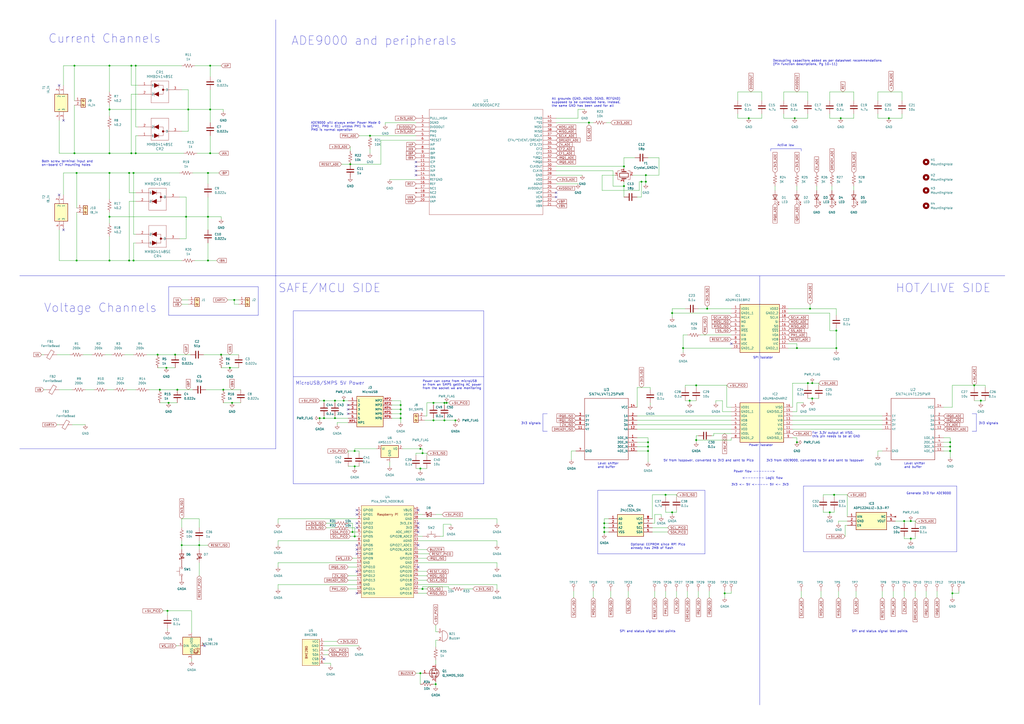
<source format=kicad_sch>
(kicad_sch (version 20230121) (generator eeschema)
  (paper "A2")
  (title_block (title "Sensing unit") (date "2024-03-05") (rev "1") (company "Group TUE-01, EE344 \\nAutodialing alarm system for temperature and humidity monitoring\\n\\n\\n\\n"))
  (junction (at 128.27 205.74))
  (junction (at 372.11 105.41))
  (junction (at 232.41 234.95))
  (junction (at 203.2 95.25))
  (junction (at 78.74 38.1))
  (junction (at 204.47 308.61))
  (junction (at 97.79 233.68))
  (junction (at 43.18 38.1))
  (junction (at 410.21 179.07))
  (junction (at 375.92 259.08))
  (junction (at 232.41 240.03))
  (junction (at 552.45 344.17))
  (junction (at 77.47 151.13))
  (junction (at 109.22 63.5))
  (junction (at 468.63 222.25))
  (junction (at 63.5 88.9))
  (junction (at 568.96 232.41))
  (junction (at 434.34 68.58))
  (junction (at 134.62 233.68))
  (junction (at 361.95 107.95))
  (junction (at 565.15 223.52))
  (junction (at 96.52 213.36))
  (junction (at 63.5 38.1))
  (junction (at 102.87 226.06))
  (junction (at 232.41 242.57))
  (junction (at 205.74 311.15))
  (junction (at 469.9 179.07))
  (junction (at 44.45 151.13))
  (junction (at 121.92 38.1))
  (junction (at 350.52 306.07))
  (junction (at 396.24 201.93))
  (junction (at 43.18 88.9))
  (junction (at 462.28 256.54))
  (junction (at 101.6 205.74))
  (junction (at 551.18 261.62))
  (junction (at 199.39 232.41))
  (junction (at 251.46 233.68))
  (junction (at 251.46 243.84))
  (junction (at 205.74 261.62))
  (junction (at 243.84 390.525))
  (junction (at 515.62 68.58))
  (junction (at 121.92 88.9))
  (junction (at 91.44 205.74))
  (junction (at 528.32 302.26))
  (junction (at 44.45 100.33))
  (junction (at 374.65 105.41))
  (junction (at 259.08 233.68))
  (junction (at 194.31 232.41))
  (junction (at 375.92 261.62))
  (junction (at 245.11 341.63))
  (junction (at 205.74 270.51))
  (junction (at 341.63 71.12))
  (junction (at 187.96 232.41))
  (junction (at 120.65 100.33))
  (junction (at 389.89 297.18))
  (junction (at 386.08 287.02))
  (junction (at 375.92 256.54))
  (junction (at 115.57 316.23))
  (junction (at 232.41 237.49))
  (junction (at 214.63 78.74))
  (junction (at 528.32 312.42))
  (junction (at 252.73 396.875))
  (junction (at 403.86 255.27))
  (junction (at 63.5 63.5))
  (junction (at 187.96 242.57))
  (junction (at 257.81 243.84))
  (junction (at 471.17 231.14))
  (junction (at 76.2 88.9))
  (junction (at 483.87 287.02))
  (junction (at 487.68 68.58))
  (junction (at 74.93 100.33))
  (junction (at 63.5 125.73))
  (junction (at 243.84 260.35))
  (junction (at 389.89 181.61))
  (junction (at 264.16 243.84))
  (junction (at 105.41 316.23))
  (junction (at 76.2 38.1))
  (junction (at 400.05 232.41))
  (junction (at 257.81 233.68))
  (junction (at 485.14 191.77))
  (junction (at 350.52 303.53))
  (junction (at 420.37 344.17))
  (junction (at 194.31 242.57))
  (junction (at 403.86 223.52))
  (junction (at 551.18 256.54))
  (junction (at 524.51 302.26))
  (junction (at 63.5 151.13))
  (junction (at 461.01 68.58))
  (junction (at 120.65 125.73))
  (junction (at 78.74 88.9))
  (junction (at 481.33 297.18))
  (junction (at 107.95 125.73))
  (junction (at 243.84 271.78))
  (junction (at 350.52 308.61))
  (junction (at 77.47 100.33))
  (junction (at 121.92 63.5))
  (junction (at 133.35 213.36))
  (junction (at 120.65 151.13))
  (junction (at 374.65 101.6))
  (junction (at 92.71 226.06))
  (junction (at 551.18 259.08))
  (junction (at 245.11 262.89))
  (junction (at 361.95 96.52))
  (junction (at 129.54 226.06))
  (junction (at 135.89 173.99))
  (junction (at 462.28 201.93))
  (junction (at 185.42 242.57))
  (junction (at 63.5 100.33))
  (junction (at 471.17 222.25))
  (junction (at 97.155 354.33))
  (junction (at 485.14 201.93))
  (junction (at 74.93 151.13))
  (no_connect (at 34.29 113.03))
  (no_connect (at 201.93 240.03))
  (no_connect (at 241.3 101.6))
  (no_connect (at 241.3 96.52))
  (no_connect (at 201.93 234.95))
  (no_connect (at 207.01 306.07))
  (no_connect (at 34.29 49.53))
  (no_connect (at 322.58 111.76))
  (no_connect (at 242.57 308.61))
  (no_connect (at 207.01 331.47))
  (no_connect (at 36.83 69.85))
  (no_connect (at 207.01 316.23))
  (no_connect (at 242.57 295.91))
  (no_connect (at 36.83 133.35))
  (no_connect (at 118.745 374.65))
  (no_connect (at 241.3 99.06))
  (no_connect (at 242.57 316.23))
  (no_connect (at 242.57 306.07))
  (no_connect (at 241.3 93.98))
  (no_connect (at 187.96 382.27))
  (no_connect (at 207.01 303.53))
  (no_connect (at 207.01 318.77))
  (no_connect (at 207.01 344.17))
  (no_connect (at 322.58 114.3))
  (no_connect (at 201.93 237.49))
  (no_connect (at 207.01 295.91))
  (no_connect (at 242.57 303.53))
  (no_connect (at 207.01 298.45))
  (no_connect (at 424.18 199.39))
  (no_connect (at 207.01 321.31))
  (no_connect (at 242.57 328.93))
  (wire (pts (xy 205.74 306.07) (xy 205.74 311.15)))
  (wire (pts (xy 241.3 81.28) (xy 220.98 81.28)))
  (wire (pts (xy 462.28 238.76) (xy 459.74 238.76)))
  (wire (pts (xy 36.83 113.03) (xy 36.83 100.33)))
  (wire (pts (xy 396.24 201.93) (xy 396.24 204.47)))
  (wire (pts (xy 490.22 311.15) (xy 490.22 304.8)))
  (wire (pts (xy 474.98 223.52) (xy 474.98 222.25)))
  (wire (pts (xy 288.29 339.09) (xy 288.29 341.63)))
  (wire (pts (xy 241.3 271.78) (xy 243.84 271.78)))
  (wire (pts (xy 76.2 88.9) (xy 78.74 88.9)))
  (wire (pts (xy 410.21 179.07) (xy 405.13 179.07)))
  (wire (pts (xy 552.45 344.17) (xy 552.45 342.9)))
  (wire (pts (xy 214.63 86.36) (xy 214.63 88.9)))
  (wire (pts (xy 214.63 78.74) (xy 241.3 78.74)))
  (wire (pts (xy 543.56 342.9) (xy 543.56 346.71)))
  (wire (pts (xy 454.66 66.04) (xy 454.66 68.58)))
  (wire (pts (xy 361.95 107.95) (xy 361.95 114.3)))
  (wire (pts (xy 398.78 194.31) (xy 396.24 194.31)))
  (wire (pts (xy 509.27 261.62) (xy 509.27 264.16)))
  (wire (pts (xy 63.5 115.57) (xy 63.5 100.33)))
  (wire (pts (xy 33.02 205.74) (xy 40.64 205.74)))
  (polyline (pts (xy 440.69 160.02) (xy 440.69 309.88)))
  (wire (pts (xy 427.99 58.42) (xy 427.99 53.34)))
  (wire (pts (xy 454.66 58.42) (xy 454.66 53.34)))
  (wire (pts (xy 105.41 176.53) (xy 109.22 176.53)))
  (wire (pts (xy 44.45 123.19) (xy 44.45 151.13)))
  (wire (pts (xy 386.08 287.02) (xy 392.43 287.02)))
  (polyline (pts (xy 466.09 320.04) (xy 554.99 320.04)))
  (wire (pts (xy 378.46 308.61) (xy 387.35 308.61)))
  (wire (pts (xy 227.33 237.49) (xy 232.41 237.49)))
  (wire (pts (xy 468.63 53.34) (xy 468.63 58.42)))
  (wire (pts (xy 473.71 107.95) (xy 473.71 110.49)))
  (wire (pts (xy 207.01 300.99) (xy 161.29 300.99)))
  (wire (pts (xy 62.23 226.06) (xy 66.04 226.06)))
  (wire (pts (xy 462.28 233.68) (xy 466.09 233.68)))
  (wire (pts (xy 207.01 313.69) (xy 161.29 313.69)))
  (wire (pts (xy 227.33 242.57) (xy 232.41 242.57)))
  (wire (pts (xy 74.93 116.84) (xy 74.93 151.13)))
  (polyline (pts (xy 280.67 180.34) (xy 280.67 280.67)))
  (wire (pts (xy 350.52 303.53) (xy 350.52 306.07)))
  (wire (pts (xy 241.3 264.16) (xy 241.3 262.89)))
  (wire (pts (xy 104.14 138.43) (xy 107.95 138.43)))
  (wire (pts (xy 247.65 233.68) (xy 247.65 241.3)))
  (wire (pts (xy 203.2 311.15) (xy 205.74 311.15)))
  (wire (pts (xy 187.96 241.3) (xy 187.96 242.57)))
  (wire (pts (xy 396.24 201.93) (xy 424.18 201.93)))
  (wire (pts (xy 24.13 205.74) (xy 25.4 205.74)))
  (wire (pts (xy 462.28 254) (xy 462.28 256.54)))
  (wire (pts (xy 195.58 245.11) (xy 195.58 246.38)))
  (wire (pts (xy 102.235 374.65) (xy 103.505 374.65)))
  (wire (pts (xy 208.28 78.74) (xy 214.63 78.74)))
  (wire (pts (xy 403.86 252.73) (xy 403.86 255.27)))
  (wire (pts (xy 369.57 236.22) (xy 369.57 224.79)))
  (wire (pts (xy 198.12 95.25) (xy 203.2 95.25)))
  (wire (pts (xy 120.65 151.13) (xy 120.65 140.97)))
  (wire (pts (xy 201.93 328.93) (xy 207.01 328.93)))
  (wire (pts (xy 120.65 125.73) (xy 120.65 133.35)))
  (wire (pts (xy 204.47 308.61) (xy 207.01 308.61)))
  (polyline (pts (xy 566.42 240.03) (xy 566.42 250.19)))
  (wire (pts (xy 43.18 58.42) (xy 43.18 38.1)))
  (wire (pts (xy 335.28 63.5) (xy 339.09 63.5)))
  (wire (pts (xy 109.22 63.5) (xy 121.92 63.5)))
  (wire (pts (xy 78.74 116.84) (xy 74.93 116.84)))
  (wire (pts (xy 252.73 362.585) (xy 252.73 366.395)))
  (polyline (pts (xy 170.18 196.85) (xy 170.18 180.34)))
  (wire (pts (xy 121.92 63.5) (xy 129.54 63.5)))
  (wire (pts (xy 63.5 151.13) (xy 74.93 151.13)))
  (wire (pts (xy 481.33 297.18) (xy 481.33 298.45)))
  (wire (pts (xy 201.93 245.11) (xy 195.58 245.11)))
  (wire (pts (xy 369.57 241.3) (xy 424.18 241.3)))
  (wire (pts (xy 464.82 342.9) (xy 464.82 346.71)))
  (wire (pts (xy 528.32 312.42) (xy 528.32 313.69)))
  (polyline (pts (xy 447.04 86.36) (xy 447.04 87.63)))
  (wire (pts (xy 187.96 379.73) (xy 190.5 379.73)))
  (wire (pts (xy 353.06 300.99) (xy 350.52 300.99)))
  (wire (pts (xy 551.18 261.62) (xy 547.37 261.62)))
  (wire (pts (xy 63.5 63.5) (xy 63.5 67.31)))
  (wire (pts (xy 78.74 135.89) (xy 77.47 135.89)))
  (wire (pts (xy 92.71 233.68) (xy 97.79 233.68)))
  (wire (pts (xy 232.41 232.41) (xy 232.41 234.95)))
  (wire (pts (xy 247.65 341.63) (xy 245.11 341.63)))
  (wire (pts (xy 185.42 232.41) (xy 187.96 232.41)))
  (wire (pts (xy 113.03 38.1) (xy 121.92 38.1)))
  (wire (pts (xy 530.86 342.9) (xy 530.86 346.71)))
  (wire (pts (xy 80.01 78.74) (xy 78.74 78.74)))
  (wire (pts (xy 43.18 60.96) (xy 43.18 88.9)))
  (wire (pts (xy 568.96 232.41) (xy 568.96 233.68)))
  (wire (pts (xy 63.5 100.33) (xy 74.93 100.33)))
  (wire (pts (xy 482.6 107.95) (xy 482.6 110.49)))
  (wire (pts (xy 386.08 297.18) (xy 389.89 297.18)))
  (wire (pts (xy 74.93 151.13) (xy 77.47 151.13)))
  (wire (pts (xy 471.17 231.14) (xy 474.98 231.14)))
  (wire (pts (xy 322.58 106.68) (xy 335.28 106.68)))
  (wire (pts (xy 115.57 300.99) (xy 115.57 306.07)))
  (wire (pts (xy 354.33 342.9) (xy 354.33 346.71)))
  (wire (pts (xy 105.41 52.07) (xy 109.22 52.07)))
  (wire (pts (xy 369.57 114.3) (xy 372.11 114.3)))
  (wire (pts (xy 419.1 232.41) (xy 415.29 232.41)))
  (wire (pts (xy 481.33 297.18) (xy 483.87 297.18)))
  (wire (pts (xy 350.52 300.99) (xy 350.52 303.53)))
  (wire (pts (xy 91.44 205.74) (xy 101.6 205.74)))
  (wire (pts (xy 233.68 260.35) (xy 243.84 260.35)))
  (wire (pts (xy 341.63 72.39) (xy 341.63 71.12)))
  (wire (pts (xy 496.57 342.9) (xy 496.57 346.71)))
  (wire (pts (xy 552.45 223.52) (xy 565.15 223.52)))
  (wire (pts (xy 189.23 303.53) (xy 194.31 303.53)))
  (wire (pts (xy 105.41 300.99) (xy 115.57 300.99)))
  (wire (pts (xy 509.27 53.34) (xy 523.24 53.34)))
  (wire (pts (xy 34.29 69.85) (xy 34.29 88.9)))
  (wire (pts (xy 187.96 232.41) (xy 194.31 232.41)))
  (wire (pts (xy 374.65 101.6) (xy 374.65 105.41)))
  (wire (pts (xy 105.41 76.2) (xy 109.22 76.2)))
  (polyline (pts (xy 408.94 321.31) (xy 408.94 284.48)))
  (wire (pts (xy 247.65 323.85) (xy 242.57 323.85)))
  (wire (pts (xy 389.89 181.61) (xy 424.18 181.61)))
  (wire (pts (xy 427.99 53.34) (xy 441.96 53.34)))
  (wire (pts (xy 377.19 233.68) (xy 377.19 234.95)))
  (wire (pts (xy 403.86 255.27) (xy 403.86 256.54)))
  (wire (pts (xy 111.125 367.03) (xy 111.125 354.33)))
  (wire (pts (xy 547.37 254) (xy 551.18 254)))
  (wire (pts (xy 375.92 256.54) (xy 375.92 259.08)))
  (wire (pts (xy 133.35 213.36) (xy 138.43 213.36)))
  (wire (pts (xy 530.86 312.42) (xy 530.86 311.15)))
  (wire (pts (xy 397.51 232.41) (xy 400.05 232.41)))
  (wire (pts (xy 551.18 259.08) (xy 547.37 259.08)))
  (wire (pts (xy 194.31 232.41) (xy 194.31 233.68)))
  (wire (pts (xy 205.74 311.15) (xy 207.01 311.15)))
  (wire (pts (xy 400.05 232.41) (xy 403.86 232.41)))
  (wire (pts (xy 485.14 201.93) (xy 485.14 203.2)))
  (wire (pts (xy 524.51 342.9) (xy 524.51 346.71)))
  (wire (pts (xy 252.73 396.875) (xy 252.73 398.145)))
  (wire (pts (xy 457.2 181.61) (xy 481.33 181.61)))
  (wire (pts (xy 115.57 334.01) (xy 115.57 326.39)))
  (wire (pts (xy 524.51 302.26) (xy 528.32 302.26)))
  (wire (pts (xy 370.84 110.49) (xy 370.84 105.41)))
  (wire (pts (xy 565.15 224.79) (xy 565.15 223.52)))
  (wire (pts (xy 350.52 306.07) (xy 350.52 308.61)))
  (wire (pts (xy 528.32 312.42) (xy 530.86 312.42)))
  (wire (pts (xy 251.46 233.68) (xy 257.81 233.68)))
  (wire (pts (xy 459.74 254) (xy 462.28 254)))
  (wire (pts (xy 242.57 313.69) (xy 288.29 313.69)))
  (wire (pts (xy 243.84 260.35) (xy 245.11 260.35)))
  (wire (pts (xy 491.49 302.26) (xy 486.41 302.26)))
  (wire (pts (xy 223.52 72.39) (xy 223.52 71.12)))
  (wire (pts (xy 344.17 342.9) (xy 344.17 346.71)))
  (wire (pts (xy 76.2 54.61) (xy 76.2 88.9)))
  (wire (pts (xy 226.06 267.97) (xy 226.06 270.51)))
  (wire (pts (xy 49.53 226.06) (xy 54.61 226.06)))
  (wire (pts (xy 419.1 238.76) (xy 419.1 232.41)))
  (wire (pts (xy 86.36 226.06) (xy 92.71 226.06)))
  (wire (pts (xy 459.74 243.84) (xy 511.81 243.84)))
  (wire (pts (xy 245.11 341.63) (xy 245.11 340.36)))
  (wire (pts (xy 247.65 334.01) (xy 242.57 334.01)))
  (wire (pts (xy 201.93 336.55) (xy 207.01 336.55)))
  (wire (pts (xy 509.27 68.58) (xy 515.62 68.58)))
  (wire (pts (xy 392.43 342.9) (xy 392.43 346.71)))
  (wire (pts (xy 375.92 254) (xy 375.92 256.54)))
  (wire (pts (xy 322.58 71.12) (xy 341.63 71.12)))
  (polyline (pts (xy 11.43 260.35) (xy 160.02 260.35)))
  (wire (pts (xy 361.95 91.44) (xy 361.95 96.52)))
  (wire (pts (xy 207.01 326.39) (xy 161.29 326.39)))
  (wire (pts (xy 350.52 308.61) (xy 350.52 309.88)))
  (wire (pts (xy 252.73 298.45) (xy 256.54 298.45)))
  (wire (pts (xy 243.84 390.525) (xy 243.84 396.875)))
  (wire (pts (xy 420.37 344.17) (xy 420.37 346.71)))
  (wire (pts (xy 518.16 342.9) (xy 518.16 346.71)))
  (wire (pts (xy 241.3 390.525) (xy 243.84 390.525)))
  (wire (pts (xy 369.57 256.54) (xy 375.92 256.54)))
  (wire (pts (xy 242.57 326.39) (xy 288.29 326.39)))
  (wire (pts (xy 491.49 299.72) (xy 491.49 287.02)))
  (wire (pts (xy 424.18 255.27) (xy 424.18 254)))
  (wire (pts (xy 242.57 300.99) (xy 288.29 300.99)))
  (wire (pts (xy 128.27 125.73) (xy 128.27 127)))
  (wire (pts (xy 389.89 297.18) (xy 392.43 297.18)))
  (wire (pts (xy 80.01 73.66) (xy 78.74 73.66)))
  (wire (pts (xy 353.06 308.61) (xy 350.52 308.61)))
  (wire (pts (xy 251.46 242.57) (xy 251.46 243.84)))
  (wire (pts (xy 97.155 354.33) (xy 111.125 354.33)))
  (wire (pts (xy 63.5 60.96) (xy 63.5 63.5)))
  (wire (pts (xy 537.21 342.9) (xy 537.21 346.71)))
  (wire (pts (xy 369.57 246.38) (xy 424.18 246.38)))
  (wire (pts (xy 245.11 260.35) (xy 245.11 262.89)))
  (wire (pts (xy 161.29 326.39) (xy 161.29 328.93)))
  (wire (pts (xy 355.6 107.95) (xy 361.95 107.95)))
  (wire (pts (xy 261.62 341.63) (xy 260.35 341.63)))
  (wire (pts (xy 247.65 264.16) (xy 247.65 262.89)))
  (wire (pts (xy 571.5 223.52) (xy 565.15 223.52)))
  (wire (pts (xy 509.27 66.04) (xy 509.27 68.58)))
  (wire (pts (xy 552.45 344.17) (xy 556.26 344.17)))
  (wire (pts (xy 335.28 68.58) (xy 322.58 68.58)))
  (wire (pts (xy 134.62 233.68) (xy 139.7 233.68)))
  (wire (pts (xy 369.57 248.92) (xy 424.18 248.92)))
  (wire (pts (xy 194.31 232.41) (xy 199.39 232.41)))
  (polyline (pts (xy 466.09 281.94) (xy 466.09 320.04)))
  (wire (pts (xy 33.02 246.38) (xy 34.29 246.38)))
  (wire (pts (xy 332.74 342.9) (xy 332.74 346.71)))
  (polyline (pts (xy 466.09 281.94) (xy 554.99 281.94)))
  (wire (pts (xy 101.6 205.74) (xy 110.49 205.74)))
  (wire (pts (xy 571.5 224.79) (xy 571.5 223.52)))
  (polyline (pts (xy 97.79 166.37) (xy 97.79 182.88)))
  (wire (pts (xy 111.125 383.54) (xy 111.125 382.27)))
  (wire (pts (xy 120.65 100.33) (xy 120.65 106.68)))
  (wire (pts (xy 400.05 232.41) (xy 400.05 233.68)))
  (wire (pts (xy 477.52 295.91) (xy 477.52 297.18)))
  (wire (pts (xy 194.31 241.3) (xy 194.31 242.57)))
  (wire (pts (xy 476.25 342.9) (xy 476.25 346.71)))
  (wire (pts (xy 220.98 81.28) (xy 220.98 95.25)))
  (wire (pts (xy 457.2 199.39) (xy 462.28 199.39)))
  (polyline (pts (xy 464.82 86.36) (xy 464.82 87.63)))
  (wire (pts (xy 63.5 74.93) (xy 63.5 88.9)))
  (wire (pts (xy 63.5 125.73) (xy 63.5 129.54)))
  (wire (pts (xy 471.17 231.14) (xy 471.17 232.41)))
  (polyline (pts (xy 160.02 11.43) (xy 160.02 260.35)))
  (wire (pts (xy 509.27 58.42) (xy 509.27 53.34)))
  (wire (pts (xy 44.45 151.13) (xy 63.5 151.13)))
  (wire (pts (xy 252.73 371.475) (xy 254 371.475)))
  (wire (pts (xy 44.45 100.33) (xy 63.5 100.33)))
  (wire (pts (xy 477.52 297.18) (xy 481.33 297.18)))
  (polyline (pts (xy 554.99 320.04) (xy 554.99 281.94)))
  (wire (pts (xy 204.47 323.85) (xy 207.01 323.85)))
  (wire (pts (xy 208.28 270.51) (xy 205.74 270.51)))
  (wire (pts (xy 247.65 344.17) (xy 242.57 344.17)))
  (wire (pts (xy 485.14 190.5) (xy 485.14 191.77)))
  (wire (pts (xy 187.96 232.41) (xy 187.96 233.68)))
  (polyline (pts (xy 440.69 309.88) (xy 440.69 408.94)))
  (wire (pts (xy 76.2 38.1) (xy 76.2 49.53)))
  (wire (pts (xy 161.29 339.09) (xy 161.29 341.63)))
  (wire (pts (xy 73.66 226.06) (xy 78.74 226.06)))
  (wire (pts (xy 434.34 68.58) (xy 441.96 68.58)))
  (wire (pts (xy 189.23 306.07) (xy 194.31 306.07)))
  (wire (pts (xy 205.74 270.51) (xy 201.93 270.51)))
  (wire (pts (xy 77.47 151.13) (xy 105.41 151.13)))
  (wire (pts (xy 34.29 88.9) (xy 43.18 88.9)))
  (wire (pts (xy 63.5 88.9) (xy 76.2 88.9)))
  (wire (pts (xy 481.33 68.58) (xy 487.68 68.58)))
  (wire (pts (xy 207.01 339.09) (xy 161.29 339.09)))
  (wire (pts (xy 519.43 302.26) (xy 524.51 302.26)))
  (wire (pts (xy 523.24 53.34) (xy 523.24 58.42)))
  (wire (pts (xy 341.63 71.12) (xy 344.17 71.12)))
  (wire (pts (xy 403.86 255.27) (xy 424.18 255.27)))
  (wire (pts (xy 255.27 311.15) (xy 257.175 311.15)))
  (wire (pts (xy 261.62 304.165) (xy 261.62 304.8)))
  (wire (pts (xy 454.66 53.34) (xy 468.63 53.34)))
  (wire (pts (xy 43.18 38.1) (xy 63.5 38.1)))
  (wire (pts (xy 454.66 68.58) (xy 461.01 68.58)))
  (wire (pts (xy 369.57 224.79) (xy 377.19 224.79)))
  (wire (pts (xy 74.93 111.76) (xy 78.74 111.76)))
  (polyline (pts (xy 97.79 166.37) (xy 149.86 166.37)))
  (wire (pts (xy 74.93 100.33) (xy 77.47 100.33)))
  (wire (pts (xy 469.9 176.53) (xy 469.9 179.07)))
  (wire (pts (xy 372.11 114.3) (xy 372.11 105.41)))
  (wire (pts (xy 471.17 222.25) (xy 474.98 222.25)))
  (wire (pts (xy 420.37 344.17) (xy 420.37 342.9)))
  (wire (pts (xy 118.11 205.74) (xy 128.27 205.74)))
  (wire (pts (xy 121.92 38.1) (xy 121.92 44.45)))
  (wire (pts (xy 349.25 101.6) (xy 349.25 110.49)))
  (wire (pts (xy 113.03 151.13) (xy 120.65 151.13)))
  (wire (pts (xy 257.81 242.57) (xy 257.81 243.84)))
  (wire (pts (xy 247.65 336.55) (xy 242.57 336.55)))
  (wire (pts (xy 461.01 68.58) (xy 468.63 68.58)))
  (wire (pts (xy 386.08 287.02) (xy 386.08 288.29)))
  (wire (pts (xy 375.92 261.62) (xy 375.92 267.97)))
  (wire (pts (xy 76.2 49.53) (xy 80.01 49.53)))
  (wire (pts (xy 251.46 233.68) (xy 251.46 234.95)))
  (wire (pts (xy 201.93 306.07) (xy 205.74 306.07)))
  (wire (pts (xy 121.92 88.9) (xy 121.92 78.74)))
  (wire (pts (xy 115.57 316.23) (xy 115.57 318.77)))
  (wire (pts (xy 251.46 243.84) (xy 257.81 243.84)))
  (wire (pts (xy 97.155 354.33) (xy 97.155 356.87)))
  (wire (pts (xy 25.4 226.06) (xy 26.67 226.06)))
  (wire (pts (xy 242.57 298.45) (xy 245.11 298.45)))
  (wire (pts (xy 120.65 114.3) (xy 120.65 125.73)))
  (wire (pts (xy 264.16 243.84) (xy 264.16 245.11)))
  (wire (pts (xy 490.22 304.8) (xy 491.49 304.8)))
  (wire (pts (xy 364.49 342.9) (xy 364.49 346.71)))
  (polyline (pts (xy 170.18 218.44) (xy 280.67 218.44)))
  (wire (pts (xy 77.47 140.97) (xy 77.47 151.13)))
  (wire (pts (xy 415.29 232.41) (xy 415.29 233.68)))
  (wire (pts (xy 424.18 179.07) (xy 410.21 179.07)))
  (wire (pts (xy 109.22 52.07) (xy 109.22 63.5)))
  (wire (pts (xy 551.18 256.54) (xy 551.18 259.08)))
  (wire (pts (xy 41.91 246.38) (xy 49.53 246.38)))
  (wire (pts (xy 161.29 313.69) (xy 161.29 316.23)))
  (wire (pts (xy 227.33 240.03) (xy 232.41 240.03)))
  (wire (pts (xy 288.29 300.99) (xy 288.29 303.53)))
  (wire (pts (xy 205.74 261.62) (xy 201.93 261.62)))
  (wire (pts (xy 441.96 53.34) (xy 441.96 58.42)))
  (wire (pts (xy 243.84 271.78) (xy 243.84 273.05)))
  (wire (pts (xy 259.08 233.68) (xy 260.35 233.68)))
  (wire (pts (xy 121.92 52.07) (xy 121.92 63.5)))
  (polyline (pts (xy 346.71 321.31) (xy 408.94 321.31)))
  (wire (pts (xy 552.45 344.17) (xy 552.45 346.71)))
  (wire (pts (xy 462.28 107.95) (xy 462.28 110.49)))
  (polyline (pts (xy 563.88 240.03) (xy 566.42 240.03)))
  (polyline (pts (xy 317.5 240.03) (xy 314.96 240.03)))
  (wire (pts (xy 530.86 302.26) (xy 530.86 303.53)))
  (wire (pts (xy 74.93 100.33) (xy 74.93 111.76)))
  (wire (pts (xy 257.81 233.68) (xy 257.81 234.95)))
  (wire (pts (xy 369.57 254) (xy 375.92 254)))
  (wire (pts (xy 382.27 101.6) (xy 374.65 101.6)))
  (wire (pts (xy 403.86 252.73) (xy 405.13 252.73)))
  (polyline (pts (xy 346.71 284.48) (xy 346.71 321.31)))
  (wire (pts (xy 34.29 226.06) (xy 41.91 226.06)))
  (wire (pts (xy 43.18 88.9) (xy 63.5 88.9)))
  (wire (pts (xy 481.33 181.61) (xy 481.33 191.77)))
  (wire (pts (xy 36.83 100.33) (xy 44.45 100.33)))
  (wire (pts (xy 63.5 38.1) (xy 76.2 38.1)))
  (wire (pts (xy 223.52 71.12) (xy 241.3 71.12)))
  (wire (pts (xy 412.75 252.73) (xy 414.02 252.73)))
  (wire (pts (xy 350.52 306.07) (xy 353.06 306.07)))
  (wire (pts (xy 511.81 261.62) (xy 509.27 261.62)))
  (wire (pts (xy 483.87 297.18) (xy 483.87 295.91)))
  (wire (pts (xy 257.81 233.68) (xy 259.08 233.68)))
  (wire (pts (xy 349.25 110.49) (xy 370.84 110.49)))
  (wire (pts (xy 208.28 261.62) (xy 205.74 261.62)))
  (wire (pts (xy 421.64 223.52) (xy 403.86 223.52)))
  (wire (pts (xy 129.54 233.68) (xy 134.62 233.68)))
  (wire (pts (xy 459.74 236.22) (xy 459.74 222.25)))
  (wire (pts (xy 481.33 53.34) (xy 495.3 53.34)))
  (wire (pts (xy 398.78 342.9) (xy 398.78 346.71)))
  (wire (pts (xy 374.65 105.41) (xy 374.65 106.68)))
  (wire (pts (xy 232.41 234.95) (xy 232.41 237.49)))
  (wire (pts (xy 247.65 233.68) (xy 251.46 233.68)))
  (wire (pts (xy 232.41 242.57) (xy 232.41 245.11)))
  (wire (pts (xy 63.5 137.16) (xy 63.5 151.13)))
  (wire (pts (xy 63.5 63.5) (xy 109.22 63.5)))
  (wire (pts (xy 105.41 316.23) (xy 115.57 316.23)))
  (wire (pts (xy 383.54 298.45) (xy 383.54 299.72)))
  (wire (pts (xy 201.93 262.89) (xy 201.93 261.62)))
  (wire (pts (xy 254 366.395) (xy 252.73 366.395)))
  (wire (pts (xy 396.24 194.31) (xy 396.24 201.93)))
  (wire (pts (xy 571.5 232.41) (xy 568.96 232.41)))
  (wire (pts (xy 247.65 318.77) (xy 242.57 318.77)))
  (wire (pts (xy 457.2 201.93) (xy 462.28 201.93)))
  (wire (pts (xy 257.175 311.15) (xy 257.175 304.165)))
  (wire (pts (xy 111.76 100.33) (xy 120.65 100.33)))
  (wire (pts (xy 414.02 251.46) (xy 424.18 251.46)))
  (wire (pts (xy 96.52 213.36) (xy 101.6 213.36)))
  (wire (pts (xy 201.93 303.53) (xy 204.47 303.53)))
  (wire (pts (xy 187.96 377.19) (xy 190.5 377.19)))
  (wire (pts (xy 485.14 191.77) (xy 485.14 201.93)))
  (wire (pts (xy 248.92 321.31) (xy 242.57 321.31)))
  (wire (pts (xy 322.58 99.06) (xy 355.6 99.06)))
  (wire (pts (xy 243.84 271.78) (xy 247.65 271.78)))
  (wire (pts (xy 36.83 49.53) (xy 36.83 38.1)))
  (wire (pts (xy 121.92 88.9) (xy 127 88.9)))
  (wire (pts (xy 552.45 236.22) (xy 552.45 223.52)))
  (wire (pts (xy 481.33 58.42) (xy 481.33 53.34)))
  (wire (pts (xy 468.63 222.25) (xy 471.17 222.25)))
  (wire (pts (xy 414.02 252.73) (xy 414.02 251.46)))
  (wire (pts (xy 78.74 88.9) (xy 106.68 88.9)))
  (wire (pts (xy 36.83 38.1) (xy 43.18 38.1)))
  (wire (pts (xy 495.3 107.95) (xy 495.3 110.49)))
  (wire (pts (xy 91.44 213.36) (xy 96.52 213.36)))
  (wire (pts (xy 115.57 316.23) (xy 120.65 316.23)))
  (wire (pts (xy 495.3 68.58) (xy 495.3 66.04)))
  (wire (pts (xy 424.18 238.76) (xy 419.1 238.76)))
  (wire (pts (xy 331.47 261.62) (xy 331.47 266.7)))
  (wire (pts (xy 375.92 259.08) (xy 375.92 261.62)))
  (wire (pts (xy 469.9 179.07) (xy 485.14 179.07)))
  (wire (pts (xy 78.74 140.97) (xy 77.47 140.97)))
  (wire (pts (xy 468.63 231.14) (xy 471.17 231.14)))
  (wire (pts (xy 257.81 243.84) (xy 264.16 243.84)))
  (polyline (pts (xy 170.18 180.34) (xy 280.67 180.34)))
  (wire (pts (xy 355.6 99.06) (xy 355.6 107.95)))
  (wire (pts (xy 201.93 334.01) (xy 207.01 334.01)))
  (wire (pts (xy 335.28 63.5) (xy 335.28 68.58)))
  (wire (pts (xy 389.89 179.07) (xy 389.89 181.61)))
  (wire (pts (xy 114.3 88.9) (xy 121.92 88.9)))
  (wire (pts (xy 242.57 339.09) (xy 288.29 339.09)))
  (wire (pts (xy 260.35 340.36) (xy 260.35 341.63)))
  (wire (pts (xy 104.14 114.3) (xy 107.95 114.3)))
  (wire (pts (xy 185.42 242.57) (xy 185.42 243.84)))
  (wire (pts (xy 78.74 38.1) (xy 105.41 38.1)))
  (wire (pts (xy 361.95 96.52) (xy 361.95 97.79)))
  (wire (pts (xy 92.71 226.06) (xy 102.87 226.06)))
  (wire (pts (xy 386.08 342.9) (xy 386.08 346.71)))
  (wire (pts (xy 252.73 371.475) (xy 252.73 375.285)))
  (wire (pts (xy 63.5 125.73) (xy 107.95 125.73)))
  (wire (pts (xy 242.57 331.47) (xy 247.65 331.47)))
  (wire (pts (xy 78.74 78.74) (xy 78.74 88.9)))
  (wire (pts (xy 568.96 232.41) (xy 565.15 232.41)))
  (wire (pts (xy 481.33 191.77) (xy 485.14 191.77)))
  (wire (pts (xy 392.43 297.18) (xy 392.43 295.91)))
  (wire (pts (xy 76.2 38.1) (xy 78.74 38.1)))
  (polyline (pts (xy 97.79 182.88) (xy 149.86 182.88)))
  (wire (pts (xy 245.11 341.63) (xy 242.57 341.63)))
  (wire (pts (xy 405.13 342.9) (xy 405.13 346.71)))
  (wire (pts (xy 367.03 101.6) (xy 374.65 101.6)))
  (wire (pts (xy 204.47 308.61) (xy 204.47 303.53)))
  (wire (pts (xy 369.57 261.62) (xy 375.92 261.62)))
  (wire (pts (xy 378.46 300.99) (xy 378.46 287.02)))
  (wire (pts (xy 194.31 242.57) (xy 201.93 242.57)))
  (wire (pts (xy 128.27 205.74) (xy 138.43 205.74)))
  (wire (pts (xy 115.57 313.69) (xy 115.57 316.23)))
  (wire (pts (xy 63.5 123.19) (xy 63.5 125.73)))
  (wire (pts (xy 105.41 316.23) (xy 105.41 318.77)))
  (wire (pts (xy 427.99 68.58) (xy 434.34 68.58)))
  (wire (pts (xy 481.33 66.04) (xy 481.33 68.58)))
  (wire (pts (xy 129.54 63.5) (xy 129.54 64.77)))
  (wire (pts (xy 105.41 313.69) (xy 105.41 316.23)))
  (wire (pts (xy 251.46 396.875) (xy 252.73 396.875)))
  (wire (pts (xy 199.39 232.41) (xy 201.93 232.41)))
  (wire (pts (xy 468.63 223.52) (xy 468.63 222.25)))
  (wire (pts (xy 132.08 173.99) (xy 135.89 173.99)))
  (wire (pts (xy 187.96 242.57) (xy 194.31 242.57)))
  (wire (pts (xy 386.08 295.91) (xy 386.08 297.18)))
  (wire (pts (xy 462.28 199.39) (xy 462.28 201.93)))
  (wire (pts (xy 232.41 240.03) (xy 232.41 242.57)))
  (wire (pts (xy 63.5 53.34) (xy 63.5 38.1)))
  (wire (pts (xy 245.11 262.89) (xy 247.65 262.89)))
  (wire (pts (xy 459.74 248.92) (xy 511.81 248.92)))
  (wire (pts (xy 406.4 194.31) (xy 424.18 194.31)))
  (wire (pts (xy 94.615 354.33) (xy 97.155 354.33)))
  (wire (pts (xy 245.11 340.36) (xy 260.35 340.36)))
  (polyline (pts (xy 170.18 196.85) (xy 170.18 280.67)))
  (wire (pts (xy 528.32 302.26) (xy 530.86 302.26)))
  (wire (pts (xy 60.96 205.74) (xy 64.77 205.74)))
  (wire (pts (xy 34.29 133.35) (xy 34.29 151.13)))
  (wire (pts (xy 459.74 246.38) (xy 511.81 246.38)))
  (wire (pts (xy 120.65 100.33) (xy 127 100.33)))
  (wire (pts (xy 252.73 382.905) (xy 252.73 385.445)))
  (wire (pts (xy 523.24 68.58) (xy 523.24 66.04)))
  (wire (pts (xy 135.89 176.53) (xy 138.43 176.53)))
  (wire (pts (xy 227.33 232.41) (xy 232.41 232.41)))
  (wire (pts (xy 243.84 390.525) (xy 245.11 390.525)))
  (wire (pts (xy 120.65 125.73) (xy 128.27 125.73)))
  (wire (pts (xy 80.01 54.61) (xy 76.2 54.61)))
  (polyline (pts (xy 563.88 250.19) (xy 566.42 250.19)))
  (wire (pts (xy 78.74 38.1) (xy 78.74 73.66)))
  (wire (pts (xy 135.89 173.99) (xy 135.89 176.53)))
  (wire (pts (xy 97.155 364.49) (xy 97.155 365.76)))
  (wire (pts (xy 462.28 233.68) (xy 462.28 238.76)))
  (wire (pts (xy 524.51 302.26) (xy 524.51 303.53)))
  (wire (pts (xy 459.74 222.25) (xy 468.63 222.25)))
  (wire (pts (xy 322.58 101.6) (xy 337.82 101.6)))
  (polyline (pts (xy 447.04 86.36) (xy 464.82 86.36)))
  (wire (pts (xy 187.96 372.11) (xy 195.58 372.11)))
  (wire (pts (xy 203.2 85.09) (xy 203.2 87.63)))
  (wire (pts (xy 397.51 223.52) (xy 403.86 223.52)))
  (wire (pts (xy 377.19 224.79) (xy 377.19 226.06)))
  (wire (pts (xy 421.64 236.22) (xy 421.64 223.52)))
  (wire (pts (xy 389.89 297.18) (xy 389.89 298.45)))
  (wire (pts (xy 77.47 100.33) (xy 104.14 100.33)))
  (wire (pts (xy 427.99 66.04) (xy 427.99 68.58)))
  (wire (pts (xy 185.42 242.57) (xy 187.96 242.57)))
  (wire (pts (xy 161.29 300.99) (xy 161.29 303.53)))
  (wire (pts (xy 226.06 104.14) (xy 241.3 104.14)))
  (wire (pts (xy 397.51 179.07) (xy 389.89 179.07)))
  (wire (pts (xy 411.48 342.9) (xy 411.48 346.71)))
  (wire (pts (xy 551.18 259.08) (xy 551.18 261.62)))
  (wire (pts (xy 524.51 312.42) (xy 528.32 312.42)))
  (wire (pts (xy 410.21 177.8) (xy 410.21 179.07)))
  (wire (pts (xy 85.09 205.74) (xy 91.44 205.74)))
  (wire (pts (xy 187.96 384.81) (xy 191.77 384.81)))
  (wire (pts (xy 128.27 213.36) (xy 133.35 213.36)))
  (wire (pts (xy 389.89 181.61) (xy 389.89 184.15)))
  (wire (pts (xy 369.57 259.08) (xy 375.92 259.08)))
  (wire (pts (xy 486.41 342.9) (xy 486.41 346.71)))
  (wire (pts (xy 107.95 125.73) (xy 120.65 125.73)))
  (polyline (pts (xy 280.67 280.67) (xy 170.18 280.67)))
  (wire (pts (xy 449.58 107.95) (xy 449.58 110.49)))
  (wire (pts (xy 44.45 120.65) (xy 44.45 100.33)))
  (wire (pts (xy 247.65 241.3) (xy 246.38 241.3)))
  (wire (pts (xy 288.29 313.69) (xy 288.29 316.23)))
  (wire (pts (xy 477.52 287.02) (xy 477.52 288.29)))
  (wire (pts (xy 109.22 76.2) (xy 109.22 63.5)))
  (wire (pts (xy 457.2 179.07) (xy 469.9 179.07)))
  (wire (pts (xy 351.79 71.12) (xy 354.33 71.12)))
  (wire (pts (xy 378.46 303.53) (xy 379.73 303.53)))
  (wire (pts (xy 252.73 395.605) (xy 252.73 396.875)))
  (wire (pts (xy 551.18 256.54) (xy 547.37 256.54)))
  (wire (pts (xy 382.27 91.44) (xy 382.27 101.6)))
  (wire (pts (xy 241.3 262.89) (xy 245.11 262.89)))
  (wire (pts (xy 191.77 384.81) (xy 191.77 386.08)))
  (wire (pts (xy 77.47 100.33) (xy 77.47 135.89)))
  (wire (pts (xy 397.51 224.79) (xy 397.51 223.52)))
  (wire (pts (xy 547.37 236.22) (xy 552.45 236.22)))
  (wire (pts (xy 361.95 107.95) (xy 361.95 105.41)))
  (wire (pts (xy 378.46 287.02) (xy 386.08 287.02)))
  (wire (pts (xy 392.43 287.02) (xy 392.43 288.29)))
  (wire (pts (xy 334.01 261.62) (xy 331.47 261.62)))
  (wire (pts (xy 48.26 205.74) (xy 53.34 205.74)))
  (wire (pts (xy 551.18 254) (xy 551.18 256.54)))
  (wire (pts (xy 187.96 374.65) (xy 208.28 374.65)))
  (wire (pts (xy 462.28 201.93) (xy 485.14 201.93)))
  (wire (pts (xy 372.11 105.41) (xy 374.65 105.41)))
  (wire (pts (xy 515.62 68.58) (xy 523.24 68.58)))
  (wire (pts (xy 378.46 306.07) (xy 387.35 306.07)))
  (wire (pts (xy 107.95 114.3) (xy 107.95 125.73)))
  (wire (pts (xy 441.96 68.58) (xy 441.96 66.04)))
  (wire (pts (xy 483.87 287.02) (xy 483.87 288.29)))
  (polyline (pts (xy 346.71 284.48) (xy 408.94 284.48)))
  (polyline (pts (xy 149.86 182.88) (xy 149.86 166.37)))
  (wire (pts (xy 274.32 341.63) (xy 269.24 341.63)))
  (wire (pts (xy 421.64 236.22) (xy 424.18 236.22)))
  (wire (pts (xy 105.41 173.99) (xy 109.22 173.99)))
  (wire (pts (xy 129.54 226.06) (xy 139.7 226.06)))
  (wire (pts (xy 208.28 262.89) (xy 208.28 261.62)))
  (wire (pts (xy 495.3 53.34) (xy 495.3 58.42)))
  (wire (pts (xy 370.84 105.41) (xy 372.11 105.41)))
  (wire (pts (xy 97.79 233.68) (xy 102.87 233.68)))
  (wire (pts (xy 107.95 138.43) (xy 107.95 125.73)))
  (wire (pts (xy 120.65 151.13) (xy 125.73 151.13)))
  (wire (pts (xy 420.37 344.17) (xy 424.18 344.17)))
  (wire (pts (xy 369.57 243.84) (xy 424.18 243.84)))
  (wire (pts (xy 524.51 311.15) (xy 524.51 312.42)))
  (wire (pts (xy 511.81 342.9) (xy 511.81 346.71)))
  (wire (pts (xy 379.73 342.9) (xy 379.73 346.71)))
  (wire (pts (xy 257.175 304.165) (xy 261.62 304.165)))
  (wire (pts (xy 551.18 261.62) (xy 551.18 265.43)))
  (wire (pts (xy 350.52 303.53) (xy 353.06 303.53)))
  (wire (pts (xy 119.38 226.06) (xy 129.54 226.06)))
  (wire (pts (xy 379.73 298.45) (xy 383.54 298.45)))
  (wire (pts (xy 242.57 311.15) (xy 245.11 311.15)))
  (wire (pts (xy 121.92 38.1) (xy 128.27 38.1)))
  (wire (pts (xy 220.98 95.25) (xy 203.2 95.25)))
  (wire (pts (xy 459.74 241.3) (xy 511.81 241.3)))
  (wire (pts (xy 288.29 326.39) (xy 288.29 328.93)))
  (wire (pts (xy 227.33 234.95) (xy 232.41 234.95)))
  (wire (pts (xy 121.92 63.5) (xy 121.92 71.12)))
  (wire (pts (xy 468.63 68.58) (xy 468.63 66.04)))
  (wire (pts (xy 424.18 344.17) (xy 424.18 342.9)))
  (wire (pts (xy 403.86 224.79) (xy 403.86 223.52)))
  (wire (pts (xy 72.39 205.74) (xy 77.47 205.74)))
  (wire (pts (xy 375.92 91.44) (xy 382.27 91.44)))
  (wire (pts (xy 138.43 173.99) (xy 135.89 173.99)))
  (wire (pts (xy 487.68 68.58) (xy 495.3 68.58)))
  (polyline (pts (xy 314.96 240.03) (xy 314.96 250.19)))
  (polyline (pts (xy 11.43 160.02) (xy 160.02 160.02)))
  (wire (pts (xy 477.52 287.02) (xy 483.87 287.02)))
  (wire (pts (xy 203.2 308.61) (xy 204.47 308.61)))
  (wire (pts (xy 232.41 237.49) (xy 232.41 240.03)))
  (wire (pts (xy 356.87 101.6) (xy 349.25 101.6)))
  (wire (pts (xy 556.26 344.17) (xy 556.26 342.9)))
  (wire (pts (xy 218.44 260.35) (xy 205.74 260.35)))
  (wire (pts (xy 205.74 270.51) (xy 205.74 271.78)))
  (wire (pts (xy 368.3 91.44) (xy 361.95 91.44)))
  (wire (pts (xy 105.41 306.07) (xy 105.41 300.99)))
  (wire (pts (xy 483.87 287.02) (xy 491.49 287.02)))
  (polyline (pts (xy 160.02 160.02) (xy 582.93 160.02)))
  (wire (pts (xy 205.74 260.35) (xy 205.74 261.62)))
  (wire (pts (xy 486.41 302.26) (xy 486.41 303.53)))
  (wire (pts (xy 34.29 151.13) (xy 44.45 151.13)))
  (wire (pts (xy 246.38 243.84) (xy 251.46 243.84)))
  (wire (pts (xy 322.58 96.52) (xy 361.95 96.52)))
  (wire (pts (xy 201.93 341.63) (xy 207.01 341.63)))
  (wire (pts (xy 485.14 179.07) (xy 485.14 182.88)))
  (wire (pts (xy 379.73 303.53) (xy 379.73 298.45)))
  (polyline (pts (xy 314.96 250.19) (xy 317.5 250.19)))
  (wire (pts (xy 102.87 226.06) (xy 111.76 226.06)))
  (text "ADE9000 and peripherals\n" (at 168.91 26.67 0) (effects (font (size 5 5)) (justify left bottom)))
  (text "<------- Logic flow" (at 430.53 278.13 0) (effects (font (size 1.27 1.27)) (justify left bottom)))
  (text "Decoupling capacitors added as per datasheet recommendations\n(Pin function descriptions, Pg 10-11)" (at 448.31 38.1 0) (effects (font (size 1.27 1.27)) (justify left bottom)))
  (text "Generate 3V3 for ADE9000\n" (at 525.78 287.02 0) (effects (font (size 1.27 1.27)) (justify left bottom)))
  (text "3V3 from ADE9000, converted to 5V and sent to isopower\n" (at 444.5 267.97 0) (effects (font (size 1.27 1.27)) (justify left bottom)))
  (text "All grounds (GND, AGND, DGND, REFGND)\nsupposed to be connected here. Instead,\nthe same GND has been used for all" (at 320.04 62.23 0) (effects (font (size 1.27 1.27)) (justify left bottom)))
  (text "5V from isopower, converted to 3V3 and sent to Pico\n" (at 384.81 267.97 0) (effects (font (size 1.27 1.27)) (justify left bottom)))
  (text "SPI and status signal test points" (at 494.03 367.03 0) (effects (font (size 1.27 1.27)) (justify left bottom)))
  (text "Current Channels" (at 27.94 25.4 0) (effects (font (size 5 5)) (justify left bottom)))
  (text "3V3 <- 5V <----- 5V <- 3V3\n" (at 424.18 281.94 0) (effects (font (size 1.27 1.27)) (justify left bottom)))
  (text "Level shifter\nand buffer\n" (at 346.71 271.78 0) (effects (font (size 1.27 1.27)) (justify left bottom)))
  (text "Active low\n" (at 450.85 85.09 0) (effects (font (size 1.27 1.27)) (justify left bottom)))
  (text "ADE9000 will always enter Power Mode 0 \n(PM1, PM0 = 01) unless PM1 is set. \nPM0 is normal operation" (at 180.34 76.2 0) (effects (font (size 1.27 1.27)) (justify left bottom)))
  (text "For 3.3V output at VISO,\nthis pin needs to be at GND" (at 471.17 254 0) (effects (font (size 1.27 1.27)) (justify left bottom)))
  (text "SAFE/MCU SIDE" (at 161.29 170.18 0) (effects (font (size 5 5)) (justify left bottom)))
  (text "Power flow ------->" (at 425.45 274.32 0) (effects (font (size 1.27 1.27)) (justify left bottom)))
  (text "Power isolator\n" (at 434.34 259.08 0) (effects (font (size 1.27 1.27)) (justify left bottom)))
  (text "Power can come from microUSB\nor from an SMPS getting AC power\nfrom the socket we are monitoring" (at 245.11 226.06 0) (effects (font (size 1.27 1.27)) (justify left bottom)))
  (text "Voltage Channels" (at 25.4 181.61 0) (effects (font (size 5 5)) (justify left bottom)))
  (text "3V3 signals\n" (at 567.69 246.38 0) (effects (font (size 1.27 1.27)) (justify left bottom)))
  (text "3V3 signals\n" (at 302.26 246.38 0) (effects (font (size 1.27 1.27)) (justify left bottom)))
  (text "HOT/LIVE SIDE\n" (at 519.43 170.18 0) (effects (font (size 5 5)) (justify left bottom)))
  (text "Both screw terminal input and\non-board CT mounting holes" (at 24.13 96.52 0) (effects (font (size 1.27 1.27)) (justify left bottom)))
  (text "MicroUSB/SMPS 5V Power" (at 171.45 223.52 0) (effects (font (size 2 2)) (justify left bottom)))
  (text "SPI isolator" (at 436.88 208.28 0) (effects (font (size 1.27 1.27)) (justify left bottom)))
  (text "SPI and status signal test points" (at 359.41 367.03 0) (effects (font (size 1.27 1.27)) (justify left bottom)))
  (text "Optional EEPROM since RPi Pico\nalready has 2MB of flash\n" (at 365.76 318.77 0) (effects (font (size 1.27 1.27)) (justify left bottom)))
  (text "Level shifter\nand buffer\n" (at 524.51 271.78 0) (effects (font (size 1.27 1.27)) (justify left bottom)))
  (global_label "IRQ1_ISO" (shape input) (at 334.01 243.84 180) (property "Intersheetrefs" "${INTERSHEET_REFS}" (effects hide)))
  (global_label "ZX_ISO" (shape input) (at 334.01 246.38 180) (property "Intersheetrefs" "${INTERSHEET_REFS}" (effects hide)))
  (global_label "SCLK_ADE" (shape input) (at 457.2 184.15 0) (property "Intersheetrefs" "${INTERSHEET_REFS}" (effects hide)))
  (global_label "+3V3_ADE" (shape input) (at 495.3 100.33 90) (property "Intersheetrefs" "${INTERSHEET_REFS}" (effects hide)))
  (global_label "SCLK_ISO" (shape input) (at 424.18 184.15 180) (property "Intersheetrefs" "${INTERSHEET_REFS}" (effects hide)))
  (global_label "SS_ADE" (shape input) (at 341.63 72.39 270) (property "Intersheetrefs" "${INTERSHEET_REFS}" (effects hide)))
  (global_label "IBN" (shape input) (at 241.3 91.44 180) (property "Intersheetrefs" "${INTERSHEET_REFS}" (effects hide)))
  (global_label "VBN" (shape input) (at 134.62 226.06 90) (property "Intersheetrefs" "${INTERSHEET_REFS}" (effects hide)))
  (global_label "RESET_ADE" (shape input) (at 457.2 196.85 0) (property "Intersheetrefs" "${INTERSHEET_REFS}" (effects hide)))
  (global_label "+3V3_ADE" (shape input) (at 516.89 53.34 90) (property "Intersheetrefs" "${INTERSHEET_REFS}" (effects hide)))
  (global_label "SS_ISO" (shape input) (at 424.18 191.77 180) (property "Intersheetrefs" "${INTERSHEET_REFS}" (effects hide)))
  (global_label "VB" (shape input) (at 25.4 226.06 180) (property "Intersheetrefs" "${INTERSHEET_REFS}" (effects hide)))
  (global_label "IRQ0_ADE" (shape input) (at 322.58 93.98 0) (property "Intersheetrefs" "${INTERSHEET_REFS}" (effects hide)))
  (global_label "+3V3_ISO" (shape input) (at 372.11 224.79 90) (property "Intersheetrefs" "${INTERSHEET_REFS}" (effects hide)))
  (global_label "+5V_PICO" (shape input) (at 185.42 232.41 180) (property "Intersheetrefs" "${INTERSHEET_REFS}" (effects hide)))
  (global_label "RESET_PICO" (shape input) (at 248.92 321.31 0) (property "Intersheetrefs" "${INTERSHEET_REFS}" (effects hide)))
  (global_label "ZX_ADE" (shape input) (at 322.58 83.82 0) (property "Intersheetrefs" "${INTERSHEET_REFS}" (effects hide)))
  (global_label "IRQ0_ADE" (shape input) (at 449.58 118.11 270) (property "Intersheetrefs" "${INTERSHEET_REFS}" (effects hide)))
  (global_label "SCLK_ADE" (shape input) (at 464.82 346.71 270) (property "Intersheetrefs" "${INTERSHEET_REFS}" (effects hide)))
  (global_label "SDA_PICO" (shape input) (at 203.2 308.61 180) (property "Intersheetrefs" "${INTERSHEET_REFS}" (effects hide)))
  (global_label "+5V_ADE" (shape input) (at 474.98 222.25 0) (property "Intersheetrefs" "${INTERSHEET_REFS}" (effects hide)))
  (global_label "+5V_PICO" (shape input) (at 420.37 251.46 270) (property "Intersheetrefs" "${INTERSHEET_REFS}" (effects hide)))
  (global_label "IRQ1_ADE" (shape input) (at 537.21 346.71 270) (property "Intersheetrefs" "${INTERSHEET_REFS}" (effects hide)))
  (global_label "+3V3_ADE" (shape input) (at 354.33 71.12 0) (property "Intersheetrefs" "${INTERSHEET_REFS}" (effects hide)))
  (global_label "IRQ0_ISO" (shape input) (at 334.01 241.3 180) (property "Intersheetrefs" "${INTERSHEET_REFS}" (effects hide)))
  (global_label "SCLK_ISO" (shape input) (at 332.74 346.71 270) (property "Intersheetrefs" "${INTERSHEET_REFS}" (effects hide)))
  (global_label "+3V3_ISO" (shape input) (at 274.32 341.63 0) (property "Intersheetrefs" "${INTERSHEET_REFS}" (effects hide)))
  (global_label "IRQ0_ADE" (shape input) (at 547.37 241.3 0) (property "Intersheetrefs" "${INTERSHEET_REFS}" (effects hide)))
  (global_label "RESET_ISO" (shape input) (at 379.73 346.71 270) (property "Intersheetrefs" "${INTERSHEET_REFS}" (effects hide)))
  (global_label "+5V_PICO" (shape input) (at 252.73 362.585 90) (property "Intersheetrefs" "${INTERSHEET_REFS}" (effects hide)))
  (global_label "MISO_ADE" (shape input) (at 457.2 189.23 0) (property "Intersheetrefs" "${INTERSHEET_REFS}" (effects hide)))
  (global_label "+5V_ADE" (shape input) (at 565.15 223.52 90) (property "Intersheetrefs" "${INTERSHEET_REFS}" (effects hide)))
  (global_label "ZX_ADE" (shape input) (at 524.51 346.71 270) (property "Intersheetrefs" "${INTERSHEET_REFS}" (effects hide)))
  (global_label "RESET_ISO" (shape input) (at 247.65 331.47 0) (property "Intersheetrefs" "${INTERSHEET_REFS}" (effects hide)))
  (global_label "REF" (shape input) (at 241.3 106.68 180) (property "Intersheetrefs" "${INTERSHEET_REFS}" (effects hide)))
  (global_label "ZX_ISO" (shape input) (at 392.43 346.71 270) (property "Intersheetrefs" "${INTERSHEET_REFS}" (effects hide)))
  (global_label "+3V3_ADE" (shape input) (at 203.2 85.09 180) (property "Intersheetrefs" "${INTERSHEET_REFS}" (effects hide)))
  (global_label "IRQ1_ISO" (shape input) (at 247.65 323.85 0) (property "Intersheetrefs" "${INTERSHEET_REFS}" (effects hide)))
  (global_label "RESET_ADE" (shape input) (at 198.12 95.25 180) (property "Intersheetrefs" "${INTERSHEET_REFS}" (effects hide)))
  (global_label "MISO_ISO" (shape input) (at 424.18 189.23 180) (property "Intersheetrefs" "${INTERSHEET_REFS}" (effects hide)))
  (global_label "+3V3_ISO" (shape input) (at 189.23 303.53 180) (property "Intersheetrefs" "${INTERSHEET_REFS}" (effects hide)))
  (global_label "SS_ISO" (shape input) (at 247.65 341.63 0) (property "Intersheetrefs" "${INTERSHEET_REFS}" (effects hide)))
  (global_label "SCL_PICO" (shape input) (at 387.35 306.07 0) (property "Intersheetrefs" "${INTERSHEET_REFS}" (effects hide)))
  (global_label "DVDDOUT" (shape input) (at 435.61 53.34 90) (property "Intersheetrefs" "${INTERSHEET_REFS}" (effects hide)))
  (global_label "IRQ1_ADE" (shape input) (at 547.37 243.84 0) (property "Intersheetrefs" "${INTERSHEET_REFS}" (effects hide)))
  (global_label "ZX_ADE" (shape input) (at 547.37 246.38 0) (property "Intersheetrefs" "${INTERSHEET_REFS}" (effects hide)))
  (global_label "+3V3_ADE" (shape input) (at 449.58 100.33 90) (property "Intersheetrefs" "${INTERSHEET_REFS}" (effects hide)))
  (global_label "MOSI_ADE" (shape input) (at 322.58 73.66 0) (property "Intersheetrefs" "${INTERSHEET_REFS}" (effects hide)))
  (global_label "IAN" (shape input) (at 241.3 86.36 180) (property "Intersheetrefs" "${INTERSHEET_REFS}" (effects hide)))
  (global_label "IRQ0_ADE" (shape input) (at 543.56 346.71 270) (property "Intersheetrefs" "${INTERSHEET_REFS}" (effects hide)))
  (global_label "MISO_ISO" (shape input) (at 247.65 344.17 0) (property "Intersheetrefs" "${INTERSHEET_REFS}" (effects hide)))
  (global_label "DREADY_ISO" (shape input) (at 201.93 336.55 180) (property "Intersheetrefs" "${INTERSHEET_REFS}" (effects hide)))
  (global_label "DREADY_ISO" (shape input) (at 334.01 248.92 180) (property "Intersheetrefs" "${INTERSHEET_REFS}" (effects hide)))
  (global_label "SS_ADE" (shape input) (at 457.2 191.77 0) (property "Intersheetrefs" "${INTERSHEET_REFS}" (effects hide)))
  (global_label "IRQ1_ISO" (shape input) (at 405.13 346.71 270) (property "Intersheetrefs" "${INTERSHEET_REFS}" (effects hide)))
  (global_label "IRQ0_ISO" (shape input) (at 201.93 328.93 180) (property "Intersheetrefs" "${INTERSHEET_REFS}" (effects hide)))
  (global_label "EARTH" (shape input) (at 33.02 246.38 180) (property "Intersheetrefs" "${INTERSHEET_REFS}" (effects hide)))
  (global_label "DREADY_ADE" (shape input) (at 530.86 346.71 270) (property "Intersheetrefs" "${INTERSHEET_REFS}" (effects hide)))
  (global_label "VBP" (shape input) (at 322.58 116.84 0) (property "Intersheetrefs" "${INTERSHEET_REFS}" (effects hide)))
  (global_label "RESET_PICO" (shape input) (at 115.57 334.01 270) (property "Intersheetrefs" "${INTERSHEET_REFS}" (effects hide)))
  (global_label "MOSI_ADE" (shape input) (at 476.25 346.71 270) (property "Intersheetrefs" "${INTERSHEET_REFS}" (effects hide)))
  (global_label "VAP" (shape input) (at 241.3 116.84 180) (property "Intersheetrefs" "${INTERSHEET_REFS}" (effects hide)))
  (global_label "ZX_ADE" (shape input) (at 473.71 100.33 90) (property "Intersheetrefs" "${INTERSHEET_REFS}" (effects hide)))
  (global_label "SCLK_ISO" (shape input) (at 247.65 336.55 0) (property "Intersheetrefs" "${INTERSHEET_REFS}" (effects hide)))
  (global_label "PM1_ADE" (shape input) (at 457.2 194.31 0) (property "Intersheetrefs" "${INTERSHEET_REFS}" (effects hide)))
  (global_label "SCL_PICO" (shape input) (at 190.5 377.19 0) (property "Intersheetrefs" "${INTERSHEET_REFS}" (effects hide)))
  (global_label "MISO_ISO" (shape input) (at 354.33 346.71 270) (property "Intersheetrefs" "${INTERSHEET_REFS}" (effects hide)))
  (global_label "+5V_PICO" (shape input) (at 421.64 223.52 0) (property "Intersheetrefs" "${INTERSHEET_REFS}" (effects hide)))
  (global_label "PM1_ISO" (shape input) (at 201.93 341.63 180) (property "Intersheetrefs" "${INTERSHEET_REFS}" (effects hide)))
  (global_label "+5V_PICO" (shape input) (at 260.35 233.68 0) (property "Intersheetrefs" "${INTERSHEET_REFS}" (effects hide)))
  (global_label "+3V3_ISO" (shape input) (at 189.23 306.07 180) (property "Intersheetrefs" "${INTERSHEET_REFS}" (effects hide)))
  (global_label "+3V3_ADE" (shape input) (at 462.28 100.33 90) (property "Intersheetrefs" "${INTERSHEET_REFS}" (effects hide)))
  (global_label "DREADY_ADE" (shape input) (at 322.58 81.28 0) (property "Intersheetrefs" "${INTERSHEET_REFS}" (effects hide)))
  (global_label "IAN" (shape input) (at 127 88.9 0) (property "Intersheetrefs" "${INTERSHEET_REFS}" (effects hide)))
  (global_label "+5V_PICO" (shape input) (at 94.615 354.33 180) (property "Intersheetrefs" "${INTERSHEET_REFS}" (effects hide)))
  (global_label "MISO_ADE" (shape input) (at 322.58 76.2 0) (property "Intersheetrefs" "${INTERSHEET_REFS}" (effects hide)))
  (global_label "CF1_ADE" (shape input) (at 322.58 88.9 0) (property "Intersheetrefs" "${INTERSHEET_REFS}" (effects hide)))
  (global_label "+3V3_ISO" (shape input) (at 105.41 300.99 90) (property "Intersheetrefs" "${INTERSHEET_REFS}" (effects hide)))
  (global_label "IQR1_ADE" (shape input) (at 462.28 118.11 270) (property "Intersheetrefs" "${INTERSHEET_REFS}" (effects hide)))
  (global_label "MOSI_ISO" (shape input) (at 424.18 186.69 180) (property "Intersheetrefs" "${INTERSHEET_REFS}" (effects hide)))
  (global_label "EARTH" (shape input) (at 132.08 173.99 180) (property "Intersheetrefs" "${INTERSHEET_REFS}" (effects hide)))
  (global_label "VAN" (shape input) (at 133.35 205.74 90) (property "Intersheetrefs" "${INTERSHEET_REFS}" (effects hide)))
  (global_label "IRQ1_ADE" (shape input) (at 322.58 91.44 0) (property "Intersheetrefs" "${INTERSHEET_REFS}" (effects hide)))
  (global_label "IAP" (shape input) (at 128.27 38.1 0) (property "Intersheetrefs" "${INTERSHEET_REFS}" (effects hide)))
  (global_label "MOSI_ADE" (shape input) (at 457.2 186.69 0) (property "Intersheetrefs" "${INTERSHEET_REFS}" (effects hide)))
  (global_label "SCLK_ADE" (shape input) (at 322.58 78.74 0) (property "Intersheetrefs" "${INTERSHEET_REFS}" (effects hide)))
  (global_label "REF" (shape input) (at 488.95 53.34 90) (property "Intersheetrefs" "${INTERSHEET_REFS}" (effects hide)))
  (global_label "SS_ISO" (shape input) (at 364.49 346.71 270) (property "Intersheetrefs" "${INTERSHEET_REFS}" (effects hide)))
  (global_label "IBP" (shape input) (at 127 100.33 0) (property "Intersheetrefs" "${INTERSHEET_REFS}" (effects hide)))
  (global_label "+3V3_ADE" (shape input) (at 469.9 176.53 90) (property "Intersheetrefs" "${INTERSHEET_REFS}" (effects hide)))
  (global_label "IBN" (shape input) (at 125.73 151.13 0) (property "Intersheetrefs" "${INTERSHEET_REFS}" (effects hide)))
  (global_label "+3V3_ADE" (shape input) (at 322.58 104.14 0) (property "Intersheetrefs" "${INTERSHEET_REFS}" (effects hide)))
  (global_label "RESET_ISO" (shape input) (at 120.65 316.23 0) (property "Intersheetrefs" "${INTERSHEET_REFS}" (effects hide)))
  (global_label "ZX_ISO" (shape input) (at 201.93 334.01 180) (property "Intersheetrefs" "${INTERSHEET_REFS}" (effects hide)))
  (global_label "VAN" (shape input) (at 241.3 114.3 180) (property "Intersheetrefs" "${INTERSHEET_REFS}" (effects hide)))
  (global_label "AVDDOUT" (shape input) (at 462.28 53.34 90) (property "Intersheetrefs" "${INTERSHEET_REFS}" (effects hide)))
  (global_label "SDA_PICO" (shape input) (at 190.5 379.73 0) (property "Intersheetrefs" "${INTERSHEET_REFS}" (effects hide)))
  (global_label "DREADY_ISO" (shape input) (at 398.78 346.71 270) (property "Intersheetrefs" "${INTERSHEET_REFS}" (effects hide)))
  (global_label "PM1_ADE" (shape input) (at 208.28 78.74 180) (property "Intersheetrefs" "${INTERSHEET_REFS}" (effects hide)))
  (global_label "VA" (shape input) (at 105.41 173.99 180) (property "Intersheetrefs" "${INTERSHEET_REFS}" (effects hide)))
  (global_label "VA" (shape input) (at 24.13 205.74 180) (property "Intersheetrefs" "${INTERSHEET_REFS}" (effects hide)))
  (global_label "+5V_PICO" (shape input) (at 201.93 261.62 180) (property "Intersheetrefs" "${INTERSHEET_REFS}" (effects hide)))
  (global_label "DREADY_ADE" (shape input) (at 547.37 248.92 0) (property "Intersheetrefs" "${INTERSHEET_REFS}" (effects hide)))
  (global_label "DREADY_ADE" (shape input) (at 482.6 100.33 90) (property "Intersheetrefs" "${INTERSHEET_REFS}" (effects hide)))
  (global_label "VBP" (shape input) (at 109.22 226.06 90) (property "Intersheetrefs" "${INTERSHEET_REFS}" (effects hide)))
  (global_label "MOSI_ISO" (shape input) (at 247.65 334.01 0) (property "Intersheetrefs" "${INTERSHEET_REFS}" (effects hide)))
  (global_label "SDA_PICO" (shape input) (at 387.35 308.61 0) (property "Intersheetrefs" "${INTERSHEET_REFS}" (effects hide)))
  (global_label "+5V_ADE" (shape input) (at 491.49 287.02 0) (property "Intersheetrefs" "${INTERSHEET_REFS}" (effects hide)))
  (global_label "VB" (shape input) (at 105.41 176.53 180) (property "Intersheetrefs" "${INTERSHEET_REFS}" (effects hide)))
  (global_label "DVDDOUT" (shape input) (at 241.3 73.66 180) (property "Intersheetrefs" "${INTERSHEET_REFS}" (effects hide)))
  (global_label "AVDDOUT" (shape input) (at 322.58 109.22 0) (property "Intersheetrefs" "${INTERSHEET_REFS}" (effects hide)))
  (global_label "+3V3_ADE" (shape input) (at 241.3 76.2 180) (property "Intersheetrefs" "${INTERSHEET_REFS}" (effects hide)))
  (global_label "VBN" (shape input) (at 322.58 119.38 0) (property "Intersheetrefs" "${INTERSHEET_REFS}" (effects hide)))
  (global_label "PM1_ISO" (shape input) (at 386.08 346.71 270) (property "Intersheetrefs" "${INTERSHEET_REFS}" (effects hide)))
  (global_label "MOSI_ISO" (shape input) (at 344.17 346.71 270) (property "Intersheetrefs" "${INTERSHEET_REFS}" (effects hide)))
  (global_label "+3V3_ISO" (shape input) (at 195.58 372.11 0) (property "Intersheetrefs" "${INTERSHEET_REFS}" (effects hide)))
  (global_label "MISO_ADE" (shape input) (at 486.41 346.71 270) (property "Intersheetrefs" "${INTERSHEET_REFS}" (effects hide)))
  (global_label "+3V3_ADE" (shape input) (at 530.86 302.26 0) (property "Intersheetrefs" "${INTERSHEET_REFS}" (effects hide)))
  (global_label "VAP" (shape input) (at 107.95 205.74 90) (property "Intersheetrefs" "${INTERSHEET_REFS}" (effects hide)))
  (global_label "IAP" (shape input) (at 241.3 83.82 180) (property "Intersheetrefs" "${INTERSHEET_REFS}" (effects hide)))
  (global_label "PM1_ADE" (shape input) (at 518.16 346.71 270) (property "Intersheetrefs" "${INTERSHEET_REFS}" (effects hide)))
  (global_label "+5V_PICO" (shape input) (at 256.54 298.45 0) (property "Intersheetrefs" "${INTERSHEET_REFS}" (effects hide)))
  (global_label "BUZZER" (shape input) (at 241.3 390.525 180) (property "Intersheetrefs" "${INTERSHEET_REFS}" (effects hide)))
  (global_label "RESET_ADE" (shape input) (at 511.81 346.71 270) (property "Intersheetrefs" "${INTERSHEET_REFS}" (effects hide)))
  (global_label "SS_ADE" (shape input) (at 496.57 346.71 270) (property "Intersheetrefs" "${INTERSHEET_REFS}" (effects hide)))
  (global_label "+3V3_ISO" (shape input) (at 247.65 262.89 0) (property "Intersheetrefs" "${INTERSHEET_REFS}" (effects hide)))
  (global_label "BUZZER" (shape input) (at 247.65 318.77 0) (property "Intersheetrefs" "${INTERSHEET_REFS}" (effects hide)))
  (global_label "+3V3_ADE" (shape input) (at 241.3 68.58 180) (property "Intersheetrefs" "${INTERSHEET_REFS}" (effects hide)))
  (global_label "+3V3_ISO" (shape input) (at 410.21 177.8 90) (property "Intersheetrefs" "${INTERSHEET_REFS}" (effects hide)))
  (global_label "CF2_ADE" (shape input) (at 322.58 86.36 0) (property "Intersheetrefs" "${INTERSHEET_REFS}" (effects hide)))
  (global_label "PM1_ISO" (shape input) (at 408.94 194.31 90) (property "Intersheetrefs" "${INTERSHEET_REFS}" (effects hide)))
  (global_label "+5V_ADE" (shape input) (at 490.22 311.15 180) (property "Intersheetrefs" "${INTERSHEET_REFS}" (effects hide)))
  (global_label "IBP" (shape input) (at 241.3 88.9 180) (property "Intersheetrefs" "${INTERSHEET_REFS}" (effects hide)))
  (global_label "IRQ0_ISO" (shape input) (at 411.48 346.71 270) (property "Intersheetrefs" "${INTERSHEET_REFS}" (effects hide)))
  (global_label "RESET_ISO" (shape input) (at 424.18 196.85 180) (property "Intersheetrefs" "${INTERSHEET_REFS}" (effects hide)))
  (global_label "+5V_ADE" (shape input) (at 459.74 251.46 0) (property "Intersheetrefs" "${INTERSHEET_REFS}" (effects hide)))
  (global_label "WS_LED" (shape input) (at 204.47 323.85 180) (property "Intersheetrefs" "${INTERSHEET_REFS}" (effects hide)))
  (global_label "SCL_PICO" (shape input) (at 203.2 311.15 180) (property "Intersheetrefs" "${INTERSHEET_REFS}" (effects hide)))
  (global_label "WS_LED" (shape input) (at 102.235 374.65 180) (property "Intersheetrefs" "${INTERSHEET_REFS}" (effects hide)))
  (global_label "+3V3_ISO" (shape input) (at 392.43 287.02 0) (property "Intersheetrefs" "${INTERSHEET_REFS}" (effects hide)))
  (symbol (lib_id "MMBD4148SE:MMBD4148SE") (at 80.01 78.74 0) (mirror x) (unit 1)
    (property "Reference" "CR2" (at 92.71 86.36 0) (effects (font (size 1.524 1.524))))
    (property "Value" "MMBD4148SE" (at 92.71 83.82 0) (effects (font (size 1.524 1.524))))
    (property "Footprint" "MMBD4148SE:SOT-23TO-236_318-AT_OSI" (effects hide))
    (property "Datasheet" "MMBD4148SE" (effects hide))
  )
  (symbol (lib_id "power:GNDA") (at 185.42 243.84 0) (unit 1)
    (property "Reference" "#PWR058" (effects hide))
    (property "Value" "GNDA" (at 185.42 248.92 0))
  )
  (symbol (lib_id "RPi Pico:Pico_SMD_NODEBUG") (at 224.79 320.04 0) (unit 1)
    (property "Reference" "U4" (at 224.79 288.29 0))
    (property "Value" "Pico_SMD_NODEBUG" (at 224.79 290.83 0))
    (property "Footprint" "RPi_Pico:RPi_PicoW_SMD" (effects hide))
  )
  (symbol (lib_id "power:GND") (at 487.68 68.58 0) (unit 1)
    (property "Reference" "#PWR018" (effects hide))
    (property "Value" "GND" (at 487.68 73.66 0))
  )
  (symbol (lib_id "power:GNDA") (at 396.24 204.47 0) (unit 1)
    (property "Reference" "#PWR023" (effects hide))
    (property "Value" "GNDA" (at 396.24 209.55 0))
  )
  (symbol (lib_id "Device:D_Schottky") (at 105.41 322.58 90) (unit 1)
    (property "Reference" "D6" (at 107.95 321.6275 90) (effects (justify right)))
    (property "Value" "D_Schottky" (effects hide))
    (property "Footprint" "Diode_SMD:D_SOD-323_HandSoldering" (effects hide))
  )
  (symbol (lib_id "power:GND") (at 128.27 127 0) (unit 1)
    (property "Reference" "#PWR07" (effects hide))
    (property "Value" "GND" (at 128.27 132.08 0))
  )
  (symbol (lib_id "power:GNDA") (at 226.06 270.51 0) (unit 1)
    (property "Reference" "#PWR068" (effects hide))
    (property "Value" "GNDA" (at 226.06 275.59 0))
  )
  (symbol (lib_id "power:PWR_FLAG") (at 528.32 302.26 0) (unit 1)
    (property "Reference" "#FLG07" (effects hide))
    (property "Value" "PWR_FLAG" (at 528.32 297.18 0))
  )
  (symbol (lib_id "Device:C") (at 97.155 360.68 0) (unit 1)
    (property "Reference" "C51" (at 100.33 359.41 0) (effects (justify left)))
    (property "Value" "0.1u" (at 100.33 361.95 0) (effects (justify left)))
    (property "Footprint" "Capacitor_SMD:C_0805_2012Metric_Pad1.18x1.45mm_HandSolder" (effects hide))
  )
  (symbol (lib_id "Device:R_US") (at 63.5 71.12 0) (unit 1)
    (property "Reference" "R8" (at 66.04 69.85 0) (effects (justify left)))
    (property "Value" "40.2" (at 66.04 72.39 0) (effects (justify left)))
    (property "Footprint" "Resistor_SMD:R_0805_2012Metric_Pad1.20x1.40mm_HandSolder" (effects hide))
  )
  (symbol (lib_id "MMBD4148SE:MMBD4148SE") (at 78.74 111.76 0) (unit 1)
    (property "Reference" "CR3" (at 91.44 104.14 0) (effects (font (size 1.524 1.524))))
    (property "Value" "MMBD4148SE" (at 91.44 106.68 0) (effects (font (size 1.524 1.524))))
    (property "Footprint" "MMBD4148SE:SOT-23TO-236_318-AT_OSI" (effects hide))
    (property "Datasheet" "MMBD4148SE" (effects hide))
  )
  (symbol (lib_id "power:GNDA") (at 415.29 233.68 0) (unit 1)
    (property "Reference" "#PWR032" (effects hide))
    (property "Value" "GNDA" (at 415.29 238.76 0))
  )
  (symbol (lib_id "Device:Crystal_GND24") (at 361.95 101.6 270) (unit 1)
    (property "Reference" "Y1" (at 374.65 94.6719 90))
    (property "Value" "Crystal_GND24" (at 374.65 97.2119 90))
    (property "Footprint" "Crystal:Crystal_SMD_3225-4Pin_3.2x2.5mm_HandSoldering" (effects hide))
  )
  (symbol (lib_id "Switch:SW_Push") (at 105.41 331.47 90) (unit 1)
    (property "Reference" "SW1" (at 106.68 330.2 90) (effects (justify right)))
    (property "Value" "SW_Push" (effects hide))
    (property "Footprint" "Button_Switch_THT:SW_PUSH_6mm" (effects hide))
  )
  (symbol (lib_id "MMBD4148SE:MMBD4148SE") (at 78.74 140.97 0) (mirror x) (unit 1)
    (property "Reference" "CR4" (at 91.44 148.59 0) (effects (font (size 1.524 1.524))))
    (property "Value" "MMBD4148SE" (at 91.44 146.05 0) (effects (font (size 1.524 1.524))))
    (property "Footprint" "MMBD4148SE:SOT-23TO-236_318-AT_OSI" (effects hide))
    (property "Datasheet" "MMBD4148SE" (effects hide))
  )
  (symbol (lib_id "Device:Q_NMOS_GSD") (at 250.19 390.525 0) (unit 1)
    (property "Reference" "Q1" (at 256.54 389.255 0) (effects (justify left)))
    (property "Value" "Q_NMOS_SGD" (at 256.54 391.795 0) (effects (justify left)))
    (property "Footprint" "Package_TO_SOT_SMD:SOT-23" (effects hide))
  )
  (symbol (lib_id "Connector:TestPoint") (at 332.74 342.9 0) (unit 1)
    (property "Reference" "TP17" (at 330.2 337.82 0) (effects (justify left)))
    (property "Value" "TestPoint" (effects hide))
    (property "Footprint" "TestPoint:TestPoint_Pad_D1.5mm" (effects hide))
  )
  (symbol (lib_id "LED:WS2812B") (at 111.125 374.65 0) (unit 1)
    (property "Reference" "D9" (at 121.92 371.0021 0))
    (property "Value" "WS2812B" (at 121.92 373.5421 0))
    (property "Footprint" "LED_SMD:LED_WS2812B_PLCC4_5.0x5.0mm_P3.2mm" (effects hide))
    (property "Datasheet" "https://cdn-shop.adafruit.com/datasheets/WS2812B.pdf" (effects hide))
  )
  (symbol (lib_id "power:GNDA") (at 400.05 233.68 0) (unit 1)
    (property "Reference" "#PWR031" (effects hide))
    (property "Value" "GNDA" (at 400.05 238.76 0))
  )
  (symbol (lib_id "power:GND") (at 568.96 233.68 0) (mirror y) (unit 1)
    (property "Reference" "#PWR028" (effects hide))
    (property "Value" "GND" (at 568.96 238.76 0))
  )
  (symbol (lib_id "power:GND") (at 203.2 102.87 0) (unit 1)
    (property "Reference" "#PWR010" (effects hide))
    (property "Value" "GND" (at 203.2 107.95 0))
  )
  (symbol (lib_id "Device:R_US") (at 69.85 226.06 90) (unit 1)
    (property "Reference" "R12" (at 69.85 219.71 90))
    (property "Value" "200k" (at 69.85 222.25 90))
    (property "Footprint" "Resistor_SMD:R_2010_5025Metric_Pad1.40x2.65mm_HandSolder" (effects hide))
  )
  (symbol (lib_id "Device:C") (at 474.98 227.33 0) (unit 1)
    (property "Reference" "C25" (at 478.79 226.06 0) (effects (justify left)))
    (property "Value" "10u" (at 478.79 228.6 0) (effects (justify left)))
    (property "Footprint" "Capacitor_SMD:C_0805_2012Metric_Pad1.18x1.45mm_HandSolder" (effects hide))
  )
  (symbol (lib_id "power:GNDA") (at 161.29 341.63 0) (unit 1)
    (property "Reference" "#PWR051" (effects hide))
    (property "Value" "GNDA" (at 161.29 346.71 0))
  )
  (symbol (lib_id "Device:Buzzer") (at 256.54 368.935 0) (unit 1)
    (property "Reference" "BZ1" (at 260.35 367.665 0) (effects (justify left)))
    (property "Value" "Buzzer" (at 260.35 370.205 0) (effects (justify left)))
    (property "Footprint" "Buzzer_Beeper:Buzzer_12x9.5RM7.6" (effects hide))
  )
  (symbol (lib_id "Device:C") (at 495.3 62.23 0) (unit 1)
    (property "Reference" "C19" (at 499.11 60.96 0) (effects (justify left)))
    (property "Value" "4.7u" (at 499.11 63.5 0) (effects (justify left)))
    (property "Footprint" "Capacitor_SMD:C_0805_2012Metric_Pad1.18x1.45mm_HandSolder" (effects hide))
  )
  (symbol (lib_id "power:GNDA") (at 288.29 328.93 0) (mirror y) (unit 1)
    (property "Reference" "#PWR053" (effects hide))
    (property "Value" "GNDA" (at 288.29 334.01 0))
  )
  (symbol (lib_id "power:GND") (at 96.52 213.36 0) (unit 1)
    (property "Reference" "#PWR01" (effects hide))
    (property "Value" "GND" (at 96.52 218.44 0))
  )
  (symbol (lib_id "Connector:TestPoint") (at 552.45 342.9 0) (unit 1)
    (property "Reference" "TP15" (at 549.91 337.82 0) (effects (justify left)))
    (property "Value" "TestPoint" (effects hide))
    (property "Footprint" "TestPoint:TestPoint_Pad_D1.5mm" (effects hide))
  )
  (symbol (lib_id "Device:R_US") (at 91.44 209.55 180) (unit 1)
    (property "Reference" "R5" (at 93.98 208.28 0) (effects (justify right)))
    (property "Value" "1k" (at 93.98 210.82 0) (effects (justify right)))
    (property "Footprint" "Resistor_SMD:R_0805_2012Metric_Pad1.20x1.40mm_HandSolder" (effects hide))
  )
  (symbol (lib_id "power:GNDA") (at 252.73 398.145 0) (unit 1)
    (property "Reference" "#PWR067" (effects hide))
    (property "Value" "GNDA" (at 252.73 403.225 0))
  )
  (symbol (lib_id "power:GND") (at 49.53 246.38 0) (unit 1)
    (property "Reference" "#PWR03" (effects hide))
    (property "Value" "GND" (at 49.53 251.46 0))
  )
  (symbol (lib_id "microUSB:ZX62-AB-5PA_31_") (at 201.93 232.41 0) (unit 1)
    (property "Reference" "J3" (at 214.63 224.79 0))
    (property "Value" "MicroUSB" (at 214.63 227.33 0))
    (property "Footprint" "microUSB:ZX62AB5PA31" (effects hide))
    (property "Datasheet" "https://componentsearchengine.com/Datasheets/1/ZX62-AB-5PA(31).pdf" (effects hide))
    (property "Height" "2.8" (effects hide))
    (property "Mouser Part Number" "798-ZX62-AB-5PA31" (effects hide))
    (property "Mouser Price/Stock" "https://www.mouser.co.uk/ProductDetail/Hirose-Connector/ZX62-AB-5PA31?qs=4J5DPWWS9ECs22kuZOYOxg%3D%3D" (effects hide))
    (property "Manufacturer_Name" "Hirose" (effects hide))
    (property "Manufacturer_Part_Number" "ZX62-AB-5PA(31)" (effects hide))
  )
  (symbol (lib_id "SN74LV4T125PWR:SN74LV4T125PWR") (at 351.79 248.92 0) (mirror y) (unit 1)
    (property "Reference" "U3" (at 351.79 226.06 0) (effects (font (size 1.524 1.524))))
    (property "Value" "SN74LV4T125PWR" (at 351.79 228.6 0) (effects (font (size 1.524 1.524))))
    (property "Footprint" "SN74LV:PW0014A_N" (effects hide))
    (property "Datasheet" "SN74LV4T125PWR" (effects hide))
  )
  (symbol (lib_id "Device:C") (at 477.52 292.1 0) (unit 1)
    (property "Reference" "C32" (at 471.17 290.83 0) (effects (justify left)))
    (property "Value" "10u" (at 471.17 293.37 0) (effects (justify left)))
    (property "Footprint" "Capacitor_SMD:C_0805_2012Metric_Pad1.18x1.45mm_HandSolder" (effects hide))
  )
  (symbol (lib_id "Device:C") (at 401.32 179.07 90) (unit 1)
    (property "Reference" "C23" (at 401.32 171.45 90))
    (property "Value" "0.1u" (at 401.32 173.99 90))
    (property "Footprint" "Capacitor_SMD:C_0805_2012Metric_Pad1.18x1.45mm_HandSolder" (effects hide))
  )
  (symbol (lib_id "Connector:TestPoint") (at 386.08 342.9 0) (unit 1)
    (property "Reference" "TP26" (at 384.81 337.82 0) (effects (justify left)))
    (property "Value" "TestPoint" (effects hide))
    (property "Footprint" "TestPoint:TestPoint_Pad_D1.5mm" (effects hide))
  )
  (symbol (lib_id "Connector:TestPoint") (at 405.13 342.9 0) (unit 1)
    (property "Reference" "TP29" (at 403.86 337.82 0) (effects (justify left)))
    (property "Value" "TestPoint" (effects hide))
    (property "Footprint" "TestPoint:TestPoint_Pad_D1.5mm" (effects hide))
  )
  (symbol (lib_id "Device:LED") (at 462.28 114.3 90) (unit 1)
    (property "Reference" "D2" (at 466.09 114.6175 90) (effects (justify right)))
    (property "Value" "LED" (at 466.09 117.1575 90) (effects (justify right)))
    (property "Footprint" "LED_SMD:LED_0603_1608Metric_Pad1.05x0.95mm_HandSolder" (effects hide))
  )
  (symbol (lib_id "power:GNDA") (at 264.16 245.11 0) (unit 1)
    (property "Reference" "#PWR064" (effects hide))
    (property "Value" "GNDA" (at 264.16 250.19 0))
  )
  (symbol (lib_id "Device:R_US") (at 109.22 38.1 90) (unit 1)
    (property "Reference" "R11" (at 109.22 31.75 90))
    (property "Value" "1k" (at 109.22 34.29 90))
    (property "Footprint" "Resistor_SMD:R_0805_2012Metric_Pad1.20x1.40mm_HandSolder" (effects hide))
  )
  (symbol (lib_id "power:GNDA") (at 288.29 303.53 0) (mirror y) (unit 1)
    (property "Reference" "#PWR054" (effects hide))
    (property "Value" "GNDA" (at 288.29 308.61 0))
  )
  (symbol (lib_id "power:GND") (at 509.27 264.16 0) (mirror y) (unit 1)
    (property "Reference" "#PWR026" (effects hide))
    (property "Value" "GND" (at 509.27 269.24 0))
  )
  (symbol (lib_id "power:GNDA") (at 232.41 245.11 0) (unit 1)
    (property "Reference" "#PWR056" (effects hide))
    (property "Value" "GNDA" (at 232.41 250.19 0))
  )
  (symbol (lib_id "Device:C") (at 121.92 74.93 0) (unit 1)
    (property "Reference" "C7" (at 125.73 73.66 0) (effects (justify left)))
    (property "Value" "0.022u" (at 125.73 76.2 0) (effects (justify left)))
    (property "Footprint" "Capacitor_SMD:C_0805_2012Metric_Pad1.18x1.45mm_HandSolder" (effects hide))
  )
  (symbol (lib_id "power:PWR_FLAG") (at 185.42 242.57 90) (unit 1)
    (property "Reference" "#FLG02" (effects hide))
    (property "Value" "PWR_FLAG" (at 181.61 242.57 90) (effects (justify left)))
  )
  (symbol (lib_id "Device:R_US") (at 63.5 133.35 0) (unit 1)
    (property "Reference" "R18" (at 66.04 132.08 0) (effects (justify left)))
    (property "Value" "40.2" (at 66.04 134.62 0) (effects (justify left)))
    (property "Footprint" "Resistor_SMD:R_0805_2012Metric_Pad1.20x1.40mm_HandSolder" (effects hide))
  )
  (symbol (lib_id "power:GND") (at 335.28 106.68 0) (unit 1)
    (property "Reference" "#PWR012" (effects hide))
    (property "Value" "GND" (at 335.28 111.76 0))
  )
  (symbol (lib_id "power:GND") (at 461.01 68.58 0) (unit 1)
    (property "Reference" "#PWR017" (effects hide))
    (property "Value" "GND" (at 461.01 73.66 0))
  )
  (symbol (lib_id "Device:C") (at 208.28 266.7 0) (mirror y) (unit 1)
    (property "Reference" "C41" (at 214.63 265.43 0) (effects (justify left)))
    (property "Value" "0.1u" (at 214.63 267.97 0) (effects (justify left)))
    (property "Footprint" "Capacitor_SMD:C_0805_2012Metric_Pad1.18x1.45mm_HandSolder" (effects hide))
  )
  (symbol (lib_id "power:GND") (at 339.09 63.5 0) (unit 1)
    (property "Reference" "#PWR015" (effects hide))
    (property "Value" "GND" (at 339.09 68.58 0))
  )
  (symbol (lib_id "power:GND") (at 337.82 101.6 0) (unit 1)
    (property "Reference" "#PWR013" (effects hide))
    (property "Value" "GND" (at 337.82 106.68 0))
  )
  (symbol (lib_id "ADUM4151BRIZ:ADUM4151BRIZ") (at 424.18 179.07 0) (unit 1)
    (property "Reference" "IC1" (at 427.99 171.45 0))
    (property "Value" "ADUM4151BRIZ" (at 427.99 173.99 0))
    (property "Footprint" "ADUM4151BRIZ:SOIC127P1031X264-20N" (effects hide))
    (property "Datasheet" "http://www.analog.com/media/en/technical-documentation/data-sheets/ADuM4151_4152_4153.pdf" (effects hide))
    (property "Height" "2.64" (effects hide))
    (property "Mouser Part Number" "584-ADUM4151BRIZ" (effects hide))
    (property "Mouser Price/Stock" "https://www.mouser.co.uk/ProductDetail/Analog-Devices/ADUM4151BRIZ?qs=iCT64eccu7hBfyU9ooJLRg%3D%3D" (effects hide))
    (property "Manufacturer_Name" "Analog Devices" (effects hide))
    (property "Manufacturer_Part_Number" "ADUM4151BRIZ" (effects hide))
  )
  (symbol (lib_id "Connector:TestPoint") (at 518.16 342.9 0) (unit 1)
    (property "Reference" "TP13" (at 516.89 337.82 0) (effects (justify left)))
    (property "Value" "TestPoint" (effects hide))
    (property "Footprint" "TestPoint:TestPoint_Pad_D1.5mm" (effects hide))
  )
  (symbol (lib_id "power:GND") (at 482.6 118.11 0) (unit 1)
    (property "Reference" "#PWR021" (effects hide))
    (property "Value" "GND" (at 482.6 123.19 0))
  )
  (symbol (lib_id "Connector:Screw_Terminal_01x02") (at 114.3 173.99 0) (unit 1)
    (property "Reference" "J1" (at 116.84 173.99 0) (effects (justify left)))
    (property "Value" "Screw_Terminal_01x02" (effects hide))
    (property "Footprint" "TerminalBlock_Phoenix:TerminalBlock_Phoenix_MKDS-1,5-2_1x02_P5.00mm_Horizontal" (effects hide))
  )
  (symbol (lib_id "power:GND") (at 551.18 265.43 0) (mirror y) (unit 1)
    (property "Reference" "#PWR025" (effects hide))
    (property "Value" "GND" (at 551.18 270.51 0))
  )
  (symbol (lib_id "Device:C") (at 485.14 186.69 0) (unit 1)
    (property "Reference" "C22" (at 488.95 185.42 0) (effects (justify left)))
    (property "Value" "0.1u" (at 488.95 187.96 0) (effects (justify left)))
    (property "Footprint" "Capacitor_SMD:C_0805_2012Metric_Pad1.18x1.45mm_HandSolder" (effects hide))
  )
  (symbol (lib_id "Current Transformer:T60404-E4626-X502") (at 36.83 113.03 270) (unit 1)
    (property "Reference" "T2" (at 25.4 113.03 0) (effects (justify left)))
    (property "Value" "IB_in" (at 27.94 113.03 0) (effects (justify left)))
    (property "Footprint" "T60404E4626X502:T60404E4626X502" (effects hide))
    (property "Datasheet" "https://componentsearchengine.com/Datasheets/1/T60404-E4626-X502.pdf" (effects hide))
    (property "Height" "34.2" (effects hide))
    (property "Mouser Part Number" "983-T60404-E4626X502" (effects hide))
    (property "Mouser Price/Stock" "https://www.mouser.co.uk/ProductDetail/Vacuumschmelze/T60404-E4626-X502?qs=EPkW%252BsqxegHLUfbSvJr35Q%3D%3D" (effects hide))
    (property "Manufacturer_Name" "Vacuumschmelze" (effects hide))
    (property "Manufacturer_Part_Number" "T60404-E4626-X502" (effects hide))
  )
  (symbol (lib_id "Device:R_US") (at 45.72 226.06 90) (unit 1)
    (property "Reference" "R9" (at 45.72 219.71 90))
    (property "Value" "200k" (at 45.72 222.25 90))
    (property "Footprint" "Resistor_SMD:R_2010_5025Metric_Pad1.40x2.65mm_HandSolder" (effects hide))
  )
  (symbol (lib_id "Device:D_Schottky") (at 115.57 322.58 90) (unit 1)
    (property "Reference" "D7" (at 118.11 321.6275 90) (effects (justify right)))
    (property "Value" "D_Schottky" (effects hide))
    (property "Footprint" "Diode_SMD:D_SOD-323_HandSoldering" (effects hide))
  )
  (symbol (lib_id "Connector:TestPoint") (at 379.73 342.9 0) (unit 1)
    (property "Reference" "TP25" (at 378.46 337.82 0) (effects (justify left)))
    (property "Value" "TestPoint" (effects hide))
    (property "Footprint" "TestPoint:TestPoint_Pad_D1.5mm" (effects hide))
  )
  (symbol (lib_id "power:GND") (at 129.54 64.77 0) (unit 1)
    (property "Reference" "#PWR04" (effects hide))
    (property "Value" "GND" (at 129.54 69.85 0))
  )
  (symbol (lib_id "power:GNDA") (at 205.74 271.78 0) (mirror y) (unit 1)
    (property "Reference" "#PWR047" (effects hide))
    (property "Value" "GNDA" (at 205.74 276.86 0))
  )
  (symbol (lib_id "Device:C") (at 365.76 114.3 90) (unit 1)
    (property "Reference" "C13" (at 365.76 106.68 90))
    (property "Value" "18p" (at 365.76 109.22 90))
    (property "Footprint" "Capacitor_SMD:C_0805_2012Metric_Pad1.18x1.45mm_HandSolder" (effects hide))
  )
  (symbol (lib_id "power:GND") (at 374.65 106.68 0) (unit 1)
    (property "Reference" "#PWR014" (effects hide))
    (property "Value" "GND" (at 374.65 111.76 0))
  )
  (symbol (lib_id "Device:R_US") (at 58.42 226.06 90) (unit 1)
    (property "Reference" "R10" (at 58.42 219.71 90))
    (property "Value" "200k" (at 58.42 222.25 90))
    (property "Footprint" "Resistor_SMD:R_2010_5025Metric_Pad1.40x2.65mm_HandSolder" (effects hide))
  )
  (symbol (lib_id "Device:C") (at 571.5 228.6 0) (mirror y) (unit 1)
    (property "Reference" "C26" (at 577.85 227.33 0) (effects (justify left)))
    (property "Value" "0.1u" (at 577.85 229.87 0) (effects (justify left)))
    (property "Footprint" "Capacitor_SMD:C_0805_2012Metric_Pad1.18x1.45mm_HandSolder" (effects hide))
  )
  (symbol (lib_id "Connector:TestPoint") (at 424.18 342.9 0) (unit 1)
    (property "Reference" "TP32" (at 422.91 337.82 0) (effects (justify left)))
    (property "Value" "TestPoint" (effects hide))
    (property "Footprint" "TestPoint:TestPoint_Pad_D1.5mm" (effects hide))
  )
  (symbol (lib_id "power:GNDA") (at 288.29 341.63 0) (mirror y) (unit 1)
    (property "Reference" "#PWR052" (effects hide))
    (property "Value" "GNDA" (at 288.29 346.71 0))
  )
  (symbol (lib_id "Connector:TestPoint") (at 464.82 342.9 0) (unit 1)
    (property "Reference" "TP1" (at 462.28 337.82 0) (effects (justify left)))
    (property "Value" "TestPoint" (effects hide))
    (property "Footprint" "TestPoint:TestPoint_Pad_D1.5mm" (effects hide))
  )
  (symbol (lib_id "Connector:TestPoint") (at 496.57 342.9 0) (unit 1)
    (property "Reference" "TP7" (at 494.03 337.82 0) (effects (justify left)))
    (property "Value" "TestPoint" (effects hide))
    (property "Footprint" "TestPoint:TestPoint_Pad_D1.5mm" (effects hide))
  )
  (symbol (lib_id "Device:R_US") (at 63.5 119.38 0) (unit 1)
    (property "Reference" "R17" (at 66.04 118.11 0) (effects (justify left)))
    (property "Value" "40.2" (at 66.04 120.65 0) (effects (justify left)))
    (property "Footprint" "Resistor_SMD:R_0805_2012Metric_Pad1.20x1.40mm_HandSolder" (effects hide))
  )
  (symbol (lib_id "Device:LED") (at 449.58 114.3 90) (unit 1)
    (property "Reference" "D1" (at 453.39 114.6175 90) (effects (justify right)))
    (property "Value" "LED" (at 453.39 117.1575 90) (effects (justify right)))
    (property "Footprint" "LED_SMD:LED_0603_1608Metric_Pad1.05x0.95mm_HandSolder" (effects hide))
  )
  (symbol (lib_id "Device:C") (at 468.63 62.23 0) (unit 1)
    (property "Reference" "C17" (at 472.44 60.96 0) (effects (justify left)))
    (property "Value" "4.7u" (at 472.44 63.5 0) (effects (justify left)))
    (property "Footprint" "Capacitor_SMD:C_0805_2012Metric_Pad1.18x1.45mm_HandSolder" (effects hide))
  )
  (symbol (lib_id "power:GNDA") (at 383.54 299.72 0) (unit 1)
    (property "Reference" "#PWR044" (effects hide))
    (property "Value" "GNDA" (at 383.54 303.53 0))
  )
  (symbol (lib_id "Device:FerriteBead") (at 30.48 226.06 270) (unit 1)
    (property "Reference" "FB2" (at 30.5308 218.44 90))
    (property "Value" "FerriteBead" (at 30.5308 220.98 90))
    (property "Footprint" "Inductor_SMD:L_0805_2012Metric_Pad1.05x1.20mm_HandSolder" (effects hide))
  )
  (symbol (lib_id "Connector:TestPoint") (at 364.49 342.9 0) (unit 1)
    (property "Reference" "TP23" (at 361.95 337.82 0) (effects (justify left)))
    (property "Value" "TestPoint" (effects hide))
    (property "Footprint" "TestPoint:TestPoint_Pad_D1.5mm" (effects hide))
  )
  (symbol (lib_id "Device:C") (at 481.33 62.23 0) (unit 1)
    (property "Reference" "C18" (at 485.14 60.96 0) (effects (justify left)))
    (property "Value" "0.1u" (at 485.14 63.5 0) (effects (justify left)))
    (property "Footprint" "Capacitor_SMD:C_0805_2012Metric_Pad1.18x1.45mm_HandSolder" (effects hide))
  )
  (symbol (lib_id "Connector:TestPoint") (at 411.48 342.9 0) (unit 1)
    (property "Reference" "TP30" (at 410.21 337.82 0) (effects (justify left)))
    (property "Value" "TestPoint" (effects hide))
    (property "Footprint" "TestPoint:TestPoint_Pad_D1.5mm" (effects hide))
  )
  (symbol (lib_id "Connector:Screw_Terminal_01x02") (at 49.53 120.65 0) (unit 1)
    (property "Reference" "J10" (at 52.07 120.65 0) (effects (justify left)))
    (property "Value" "IB_in" (at 52.07 123.19 0) (effects (justify left)))
    (property "Footprint" "TerminalBlock_Phoenix:TerminalBlock_Phoenix_MKDS-1,5-2_1x02_P5.00mm_Horizontal" (effects hide))
  )
  (symbol (lib_id "Device:C") (at 201.93 266.7 0) (mirror y) (unit 1)
    (property "Reference" "C42" (at 198.12 265.43 0) (effects (justify left)))
    (property "Value" "10u" (at 198.12 267.97 0) (effects (justify left)))
    (property "Footprint" "Capacitor_SMD:C_0805_2012Metric_Pad1.18x1.45mm_HandSolder" (effects hide))
  )
  (symbol (lib_id "power:GND") (at 552.45 346.71 0) (unit 1)
    (property "Reference" "#PWR040" (effects hide))
    (property "Value" "GND" (at 552.45 351.79 0))
  )
  (symbol (lib_id "power:GNDA") (at 389.89 184.15 0) (unit 1)
    (property "Reference" "#PWR024" (effects hide))
    (property "Value" "GNDA" (at 389.89 189.23 0))
  )
  (symbol (lib_id "power:GNDA") (at 191.77 386.08 0) (unit 1)
    (property "Reference" "#PWR066" (effects hide))
    (property "Value" "GNDA" (at 191.77 391.16 0))
  )
  (symbol (lib_id "power:GND") (at 97.79 233.68 0) (unit 1)
    (property "Reference" "#PWR05" (effects hide))
    (property "Value" "GND" (at 97.79 238.76 0))
  )
  (symbol (lib_id "power:PWR_FLAG") (at 471.17 222.25 0) (unit 1)
    (property "Reference" "#FLG06" (effects hide))
    (property "Value" "PWR_FLAG" (at 471.17 217.17 0))
  )
  (symbol (lib_id "power:GNDA") (at 161.29 316.23 0) (unit 1)
    (property "Reference" "#PWR049" (effects hide))
    (property "Value" "GNDA" (at 161.29 320.675 0))
  )
  (symbol (lib_id "24LC32A_SN:24LC32A_SN") (at 353.06 300.99 0) (unit 1)
    (property "Reference" "IC4" (at 365.76 293.37 0))
    (property "Value" "24LC32A_SN" (at 365.76 295.91 0))
    (property "Footprint" "24LC32A_SN:SOIC127P600X175-8N" (effects hide))
    (property "Datasheet" "http://ww1.microchip.com/downloads/en/DeviceDoc/21713M.pdf" (effects hide))
    (property "Height" "1.75" (effects hide))
    (property "Mouser Part Number" "579-24LC32ASN" (effects hide))
    (property "Mouser Price/Stock" "https://www.mouser.co.uk/ProductDetail/Microchip-Technology/24LC32A-SN?qs=3huTxzs8ogroQT3B29WnlQ%3D%3D" (effects hide))
    (property "Manufacturer_Name" "Microchip" (effects hide))
    (property "Manufacturer_Part_Number" "24LC32A/SN" (effects hide))
  )
  (symbol (lib_id "Device:C") (at 454.66 62.23 0) (unit 1)
    (property "Reference" "C16" (at 458.47 60.96 0) (effects (justify left)))
    (property "Value" "0.1u" (at 458.47 63.5 0) (effects (justify left)))
    (property "Footprint" "Capacitor_SMD:C_0805_2012Metric_Pad1.18x1.45mm_HandSolder" (effects hide))
  )
  (symbol (lib_id "Device:R_US") (at 129.54 229.87 180) (unit 1)
    (property "Reference" "R16" (at 132.08 228.6 0) (effects (justify right)))
    (property "Value" "1k" (at 132.08 231.14 0) (effects (justify right)))
    (property "Footprint" "Resistor_SMD:R_0805_2012Metric_Pad1.20x1.40mm_HandSolder" (effects hide))
  )
  (symbol (lib_id "Connector:TestPoint") (at 354.33 342.9 0) (unit 1)
    (property "Reference" "TP21" (at 351.79 337.82 0) (effects (justify left)))
    (property "Value" "TestPoint" (effects hide))
    (property "Footprint" "TestPoint:TestPoint_Pad_D1.5mm" (effects hide))
  )
  (symbol (lib_id "Mechanical:MountingHole") (at 537.21 93.98 0) (unit 1)
    (property "Reference" "H1" (at 539.75 92.71 0) (effects (justify left)))
    (property "Value" "MountingHole" (at 539.75 95.25 0) (effects (justify left)))
    (property "Footprint" "MountingHole:MountingHole_3.2mm_M3" (effects hide))
  )
  (symbol (lib_id "power:GND") (at 223.52 72.39 0) (unit 1)
    (property "Reference" "#PWR08" (effects hide))
    (property "Value" "GND" (at 223.52 77.47 0))
  )
  (symbol (lib_id "Device:C") (at 114.3 205.74 90) (unit 1)
    (property "Reference" "C2" (at 114.3 198.12 90))
    (property "Value" "51p" (at 114.3 200.66 90))
    (property "Footprint" "Capacitor_SMD:C_0805_2012Metric_Pad1.18x1.45mm_HandSolder" (effects hide))
  )
  (symbol (lib_id "Switch:SW_Push") (at 250.19 311.15 0) (unit 1)
    (property "Reference" "SW2" (at 250.19 306.07 0))
    (property "Value" "SW_Push" (effects hide))
    (property "Footprint" "Button_Switch_THT:SW_PUSH_6mm" (effects hide))
  )
  (symbol (lib_id "Device:R_US") (at 449.58 104.14 0) (unit 1)
    (property "Reference" "R24" (at 452.12 102.87 0) (effects (justify left)))
    (property "Value" "3K" (at 452.12 105.41 0) (effects (justify left)))
    (property "Footprint" "Resistor_SMD:R_0603_1608Metric_Pad0.98x0.95mm_HandSolder" (effects hide))
  )
  (symbol (lib_id "power:GNDA") (at 111.125 383.54 0) (unit 1)
    (property "Reference" "#PWR069" (effects hide))
    (property "Value" "GNDA" (at 111.125 388.62 0))
  )
  (symbol (lib_id "Device:C") (at 115.57 226.06 90) (unit 1)
    (property "Reference" "C5" (at 115.57 218.44 90))
    (property "Value" "51p" (at 115.57 220.98 90))
    (property "Footprint" "Capacitor_SMD:C_0805_2012Metric_Pad1.18x1.45mm_HandSolder" (effects hide))
  )
  (symbol (lib_id "Device:C") (at 483.87 292.1 0) (unit 1)
    (property "Reference" "C33" (at 486.41 290.83 0) (effects (justify left)))
    (property "Value" "0.1u" (at 486.41 293.37 0) (effects (justify left)))
    (property "Footprint" "Capacitor_SMD:C_0805_2012Metric_Pad1.18x1.45mm_HandSolder" (effects hide))
  )
  (symbol (lib_id "Connector:TestPoint") (at 486.41 342.9 0) (unit 1)
    (property "Reference" "TP5" (at 483.87 337.82 0) (effects (justify left)))
    (property "Value" "TestPoint" (effects hide))
    (property "Footprint" "TestPoint:TestPoint_Pad_D1.5mm" (effects hide))
  )
  (symbol (lib_id "power:GND") (at 486.41 303.53 0) (unit 1)
    (property "Reference" "#PWR037" (effects hide))
    (property "Value" "GND" (at 486.41 307.34 0))
  )
  (symbol (lib_id "Device:C") (at 120.65 137.16 0) (unit 1)
    (property "Reference" "C10" (at 124.46 135.89 0) (effects (justify left)))
    (property "Value" "0.022u" (at 124.46 138.43 0) (effects (justify left)))
    (property "Footprint" "Capacitor_SMD:C_0805_2012Metric_Pad1.18x1.45mm_HandSolder" (effects hide))
  )
  (symbol (lib_id "Connector:Screw_Terminal_01x02") (at 48.26 58.42 0) (unit 1)
    (property "Reference" "J9" (at 50.8 58.42 0) (effects (justify left)))
    (property "Value" "IA_in" (at 50.8 60.96 0) (effects (justify left)))
    (property "Footprint" "TerminalBlock_Phoenix:TerminalBlock_Phoenix_MKDS-1,5-2_1x02_P5.00mm_Horizontal" (effects hide))
  )
  (symbol (lib_id "power:PWR_FLAG") (at 259.08 233.68 0) (unit 1)
    (property "Reference" "#FLG03" (effects hide))
    (property "Value" "PWR_FLAG" (at 259.08 229.87 0))
  )
  (symbol (lib_id "Device:R_US") (at 44.45 205.74 90) (unit 1)
    (property "Reference" "R1" (at 44.45 199.39 90))
    (property "Value" "200k" (at 44.45 201.93 90))
    (property "Footprint" "Resistor_SMD:R_2010_5025Metric_Pad1.40x2.65mm_HandSolder" (effects hide))
  )
  (symbol (lib_id "Device:R_US") (at 92.71 229.87 180) (unit 1)
    (property "Reference" "R15" (at 95.25 228.6 0) (effects (justify right)))
    (property "Value" "1k" (at 95.25 231.14 0) (effects (justify right)))
    (property "Footprint" "Resistor_SMD:R_0805_2012Metric_Pad1.20x1.40mm_HandSolder" (effects hide))
  )
  (symbol (lib_id "Device:R_US") (at 252.73 379.095 0) (unit 1)
    (property "Reference" "R35" (at 255.27 377.825 0) (effects (justify left)))
    (property "Value" "1k" (at 255.27 380.365 0) (effects (justify left)))
    (property "Footprint" "Resistor_SMD:R_0805_2012Metric_Pad1.20x1.40mm_HandSolder" (effects hide))
  )
  (symbol (lib_id "Connector:TestPoint") (at 476.25 342.9 0) (unit 1)
    (property "Reference" "TP3" (at 473.71 337.82 0) (effects (justify left)))
    (property "Value" "TestPoint" (effects hide))
    (property "Footprint" "TestPoint:TestPoint_Pad_D1.5mm" (effects hide))
  )
  (symbol (lib_id "power:GND") (at 485.14 203.2 0) (unit 1)
    (property "Reference" "#PWR022" (effects hide))
    (property "Value" "GND" (at 485.14 208.28 0))
  )
  (symbol (lib_id "power:GND") (at 134.62 233.68 0) (unit 1)
    (property "Reference" "#PWR06" (effects hide))
    (property "Value" "GND" (at 134.62 238.76 0))
  )
  (symbol (lib_id "Connector:TestPoint") (at 543.56 342.9 0) (unit 1)
    (property "Reference" "TP12" (at 542.29 337.82 0) (effects (justify left)))
    (property "Value" "TestPoint" (effects hide))
    (property "Footprint" "TestPoint:TestPoint_Pad_D1.5mm" (effects hide))
  )
  (symbol (lib_id "Device:LED") (at 473.71 114.3 90) (unit 1)
    (property "Reference" "D3" (at 477.52 114.6175 90) (effects (justify right)))
    (property "Value" "LED" (at 477.52 117.1575 90) (effects (justify right)))
    (property "Footprint" "LED_SMD:LED_0603_1608Metric_Pad1.05x0.95mm_HandSolder" (effects hide))
  )
  (symbol (lib_id "Device:C") (at 397.51 228.6 0) (unit 1)
    (property "Reference" "C28" (at 391.16 227.33 0) (effects (justify left)))
    (property "Value" "0.1u" (at 391.16 229.87 0) (effects (justify left)))
    (property "Footprint" "Capacitor_SMD:C_0805_2012Metric_Pad1.18x1.45mm_HandSolder" (effects hide))
  )
  (symbol (lib_id "power:GNDA") (at 389.89 298.45 0) (unit 1)
    (property "Reference" "#PWR043" (effects hide))
    (property "Value" "GNDA" (at 389.89 302.26 0))
  )
  (symbol (lib_id "Device:C") (at 524.51 307.34 0) (unit 1)
    (property "Reference" "C34" (at 518.16 306.07 0) (effects (justify left)))
    (property "Value" "10u" (at 518.16 308.61 0) (effects (justify left)))
    (property "Footprint" "Capacitor_SMD:C_0805_2012Metric_Pad1.18x1.45mm_HandSolder" (effects hide))
  )
  (symbol (lib_id "Device:C") (at 121.92 48.26 0) (unit 1)
    (property "Reference" "C6" (at 125.73 46.99 0) (effects (justify left)))
    (property "Value" "0.022u" (at 125.73 49.53 0) (effects (justify left)))
    (property "Footprint" "Capacitor_SMD:C_0805_2012Metric_Pad1.18x1.45mm_HandSolder" (effects hide))
  )
  (symbol (lib_id "power:GND") (at 515.62 68.58 0) (unit 1)
    (property "Reference" "#PWR019" (effects hide))
    (property "Value" "GND" (at 515.62 73.66 0))
  )
  (symbol (lib_id "power:GND") (at 471.17 232.41 0) (unit 1)
    (property "Reference" "#PWR027" (effects hide))
    (property "Value" "GND" (at 471.17 237.49 0))
  )
  (symbol (lib_id "Connector:TestPoint") (at 511.81 342.9 0) (unit 1)
    (property "Reference" "TP9" (at 510.54 337.82 0) (effects (justify left)))
    (property "Value" "TestPoint" (effects hide))
    (property "Footprint" "TestPoint:TestPoint_Pad_D1.5mm" (effects hide))
  )
  (symbol (lib_id "Device:R_US") (at 107.95 100.33 90) (unit 1)
    (property "Reference" "R19" (at 107.95 93.98 90))
    (property "Value" "1k" (at 107.95 96.52 90))
    (property "Footprint" "Resistor_SMD:R_0805_2012Metric_Pad1.20x1.40mm_HandSolder" (effects hide))
  )
  (symbol (lib_id "Device:R_US") (at 214.63 82.55 0) (unit 1)
    (property "Reference" "R21" (at 217.17 81.28 0) (effects (justify left)))
    (property "Value" "10K" (at 217.17 83.82 0) (effects (justify left)))
    (property "Footprint" "Resistor_SMD:R_0805_2012Metric_Pad1.20x1.40mm_HandSolder" (effects hide))
  )
  (symbol (lib_id "Device:LED") (at 495.3 114.3 90) (unit 1)
    (property "Reference" "D5" (at 499.11 114.6175 90) (effects (justify right)))
    (property "Value" "LED" (at 499.11 117.1575 90) (effects (justify right)))
    (property "Footprint" "LED_SMD:LED_0603_1608Metric_Pad1.05x0.95mm_HandSolder" (effects hide))
  )
  (symbol (lib_id "Device:C") (at 139.7 229.87 0) (unit 1)
    (property "Reference" "C8" (at 143.51 228.6 0) (effects (justify left)))
    (property "Value" "0.022u" (at 143.51 231.14 0) (effects (justify left)))
    (property "Footprint" "Capacitor_SMD:C_0805_2012Metric_Pad1.18x1.45mm_HandSolder" (effects hide))
  )
  (symbol (lib_id "Device:R_US") (at 495.3 104.14 0) (unit 1)
    (property "Reference" "R28" (at 497.84 102.87 0) (effects (justify left)))
    (property "Value" "3k" (at 497.84 105.41 0) (effects (justify left)))
    (property "Footprint" "Resistor_SMD:R_0603_1608Metric_Pad0.98x0.95mm_HandSolder" (effects hide))
  )
  (symbol (lib_id "Device:R_US") (at 473.71 104.14 0) (unit 1)
    (property "Reference" "R26" (at 476.25 102.87 0) (effects (justify left)))
    (property "Value" "3K" (at 476.25 105.41 0) (effects (justify left)))
    (property "Footprint" "Resistor_SMD:R_0603_1608Metric_Pad0.98x0.95mm_HandSolder" (effects hide))
  )
  (symbol (lib_id "power:GNDA") (at 208.28 374.65 0) (unit 1)
    (property "Reference" "#PWR065" (effects hide))
    (property "Value" "GNDA" (at 208.28 379.73 0))
  )
  (symbol (lib_id "power:GNDA") (at 288.29 316.23 0) (mirror y) (unit 1)
    (property "Reference" "#PWR055" (effects hide))
    (property "Value" "GNDA" (at 288.29 321.31 0))
  )
  (symbol (lib_id "Device:R_US") (at 247.65 396.875 90) (unit 1)
    (property "Reference" "R34" (at 247.65 395.605 90))
    (property "Value" "10k" (at 247.65 399.415 90))
    (property "Footprint" "Resistor_SMD:R_0805_2012Metric_Pad1.20x1.40mm_HandSolder" (effects hide))
  )
  (symbol (lib_id "Device:R_US") (at 198.12 306.07 90) (unit 1)
    (property "Reference" "R32" (at 193.04 304.8 90))
    (property "Value" "10k" (at 201.93 304.8 90))
    (property "Footprint" "Resistor_SMD:R_0805_2012Metric_Pad1.20x1.40mm_HandSolder" (effects hide))
  )
  (symbol (lib_id "Device:R_US") (at 68.58 205.74 90) (unit 1)
    (property "Reference" "R3" (at 68.58 199.39 90))
    (property "Value" "200k" (at 68.58 201.93 90))
    (property "Footprint" "Resistor_SMD:R_2010_5025Metric_Pad1.40x2.65mm_HandSolder" (effects hide))
  )
  (symbol (lib_id "Device:C") (at 468.63 227.33 0) (unit 1)
    (property "Reference" "C24" (at 462.28 226.06 0) (effects (justify left)))
    (property "Value" "0.1u" (at 462.28 228.6 0) (effects (justify left)))
    (property "Footprint" "Capacitor_SMD:C_0805_2012Metric_Pad1.18x1.45mm_HandSolder" (effects hide))
  )
  (symbol (lib_id "power:GNDA") (at 420.37 346.71 0) (unit 1)
    (property "Reference" "#PWR041" (effects hide))
    (property "Value" "GNDA" (at 420.37 351.79 0))
  )
  (symbol (lib_id "Device:C") (at 241.3 267.97 0) (unit 1)
    (property "Reference" "C39" (at 234.95 266.7 0) (effects (justify left)))
    (property "Value" "0.1u" (at 234.95 269.24 0) (effects (justify left)))
    (property "Footprint" "Capacitor_SMD:C_0805_2012Metric_Pad1.18x1.45mm_HandSolder" (effects hide))
  )
  (symbol (lib_id "ADUM6404ARIZ:ADUM6404ARIZ") (at 424.18 236.22 0) (unit 1)
    (property "Reference" "IC2" (at 449.58 228.6 0))
    (property "Value" "ADUM6404ARIZ" (at 449.58 231.14 0))
    (property "Footprint" "ADUM6404ARIZ:SOIC127P1032X265-16N" (effects hide))
    (property "Datasheet" "https://www.analog.com/media/en/technical-documentation/data-sheets/ADuM6400_6401_6402_6403_6404.pdf" (effects hide))
    (property "Height" "2.65" (effects hide))
    (property "Mouser Part Number" "584-ADUM6404ARIZ" (effects hide))
    (property "Mouser Price/Stock" "https://www.mouser.co.uk/ProductDetail/Analog-Devices/ADUM6404ARIZ?qs=WIvQP4zGanhHzx9OCAfFww%3D%3D" (effects hide))
    (property "Manufacturer_Name" "Analog Devices" (effects hide))
    (property "Manufacturer_Part_Number" "ADUM6404ARIZ" (effects hide))
  )
  (symbol (lib_id "power:PWR_FLAG") (at 264.16 243.84 270) (unit 1)
    (property "Reference" "#FLG04" (effects hide))
    (property "Value" "PWR_FLAG" (at 267.97 243.84 90) (effects (justify left)))
  )
  (symbol (lib_id "Current Transformer:T60404-E4626-X502") (at 36.83 49.53 270) (unit 1)
    (property "Reference" "T1" (at 25.4 49.53 0) (effects (justify left)))
    (property "Value" "IA_in" (at 27.94 49.53 0) (effects (justify left)))
    (property "Footprint" "T60404E4626X502:T60404E4626X502" (effects hide))
    (property "Datasheet" "https://componentsearchengine.com/Datasheets/1/T60404-E4626-X502.pdf" (effects hide))
    (property "Height" "34.2" (effects hide))
    (property "Mouser Part Number" "983-T60404-E4626X502" (effects hide))
    (property "Mouser Price/Stock" "https://www.mouser.co.uk/ProductDetail/Vacuumschmelze/T60404-E4626-X502?qs=EPkW%252BsqxegHLUfbSvJr35Q%3D%3D" (effects hide))
    (property "Manufacturer_Name" "Vacuumschmelze" (effects hide))
    (property "Manufacturer_Part_Number" "T60404-E4626-X502" (effects hide))
  )
  (symbol (lib_id "MMBD4148SE:MMBD4148SE") (at 80.01 49.53 0) (unit 1)
    (property "Reference" "CR1" (at 92.71 41.91 0) (effects (font (size 1.524 1.524))))
    (property "Value" "MMBD4148SE" (at 92.71 44.45 0) (effects (font (size 1.524 1.524))))
    (property "Footprint" "MMBD4148SE:SOT-23TO-236_318-AT_OSI" (effects hide))
    (property "Datasheet" "MMBD4148SE" (effects hide))
  )
  (symbol (lib_id "ADP122AUJZ-3.3-R7:ADP122AUJZ-3.3-R7") (at 491.49 299.72 0) (unit 1)
    (property "Reference" "IC3" (at 505.46 292.1 0))
    (property "Value" "ADP122AUJZ-3.3-R7" (at 505.46 294.64 0))
    (property "Footprint" "ADP122AUJZ-3.3-R7:SOT95P280X100-5N" (effects hide))
    (property "Datasheet" "http://www.analog.com/media/en/technical-documentation/data-sheets/ADP122_123.pdf" (effects hide))
    (property "Height" "1" (effects hide))
    (property "Mouser Part Number" "584-ADP122AUJZ-3.3R7" (effects hide))
    (property "Mouser Price/Stock" "https://www.mouser.co.uk/ProductDetail/Analog-Devices/ADP122AUJZ-3.3-R7?qs=BpaRKvA4VqERsawSFjb%252Blw%3D%3D" (effects hide))
    (property "Manufacturer_Name" "Analog Devices" (effects hide))
    (property "Manufacturer_Part_Number" "ADP122AUJZ-3.3-R7" (effects hide))
  )
  (symbol (lib_id "power:PWR_FLAG") (at 243.84 260.35 0) (unit 1)
    (property "Reference" "#FLG05" (effects hide))
    (property "Value" "PWR_FLAG" (at 243.84 255.27 0))
  )
  (symbol (lib_id "Device:R_US") (at 265.43 341.63 270) (unit 1)
    (property "Reference" "R33" (at 270.51 342.9 90))
    (property "Value" "10k" (at 261.62 342.9 90))
    (property "Footprint" "Resistor_SMD:R_0805_2012Metric_Pad1.20x1.40mm_HandSolder" (effects hide))
  )
  (symbol (lib_id "Device:R_US") (at 57.15 205.74 90) (unit 1)
    (property "Reference" "R2" (at 57.15 199.39 90))
    (property "Value" "200k" (at 57.15 201.93 90))
    (property "Footprint" "Resistor_SMD:R_2010_5025Metric_Pad1.40x2.65mm_HandSolder" (effects hide))
  )
  (symbol (lib_id "SN74LV4T125PWR:SN74LV4T125PWR") (at 529.59 248.92 0) (mirror y) (unit 1)
    (property "Reference" "U2" (at 529.59 226.06 0) (effects (font (size 1.524 1.524))))
    (property "Value" "SN74LV4T125PWR" (at 529.59 228.6 0) (effects (font (size 1.524 1.524))))
    (property "Footprint" "SN74LV:PW0014A_N" (effects hide))
    (property "Datasheet" "SN74LV4T125PWR" (effects hide))
  )
  (symbol (lib_id "BME280_breakout:BME280_breakout") (at 180.34 378.46 0) (unit 1)
    (property "Reference" "U5" (at 180.34 365.76 0))
    (property "Value" "BME280" (at 180.34 368.3 0))
    (property "Footprint" "BME280_beakout:BME_breakout" (effects hide))
  )
  (symbol (lib_id "power:GND") (at 133.35 213.36 0) (unit 1)
    (property "Reference" "#PWR02" (effects hide))
    (property "Value" "GND" (at 133.35 218.44 0))
  )
  (symbol (lib_id "Device:D_Schottky") (at 248.92 298.45 0) (unit 1)
    (property "Reference" "D8" (at 248.6025 294.64 0))
    (property "Value" "D_Schottky" (effects hide))
    (property "Footprint" "Diode_SMD:D_SOD-323_HandSoldering" (effects hide))
  )
  (symbol (lib_id "Device:R_US") (at 110.49 88.9 90) (unit 1)
    (property "Reference" "R13" (at 110.49 82.55 90))
    (property "Value" "1k" (at 110.49 85.09 90))
    (property "Footprint" "Resistor_SMD:R_0805_2012Metric_Pad1.20x1.40mm_HandSolder" (effects hide))
  )
  (symbol (lib_id "Device:C") (at 251.46 238.76 0) (unit 1)
    (property "Reference" "C49" (at 252.73 236.22 0) (effects (justify left)))
    (property "Value" "0.1u" (at 252.73 241.3 0) (effects (justify left)))
    (property "Footprint" "Capacitor_SMD:C_0805_2012Metric_Pad1.18x1.45mm_HandSolder" (effects hide))
  )
  (symbol (lib_id "Device:C") (at 257.81 238.76 0) (unit 1)
    (property "Reference" "C50" (at 259.08 236.22 0) (effects (justify left)))
    (property "Value" "22u" (at 259.08 241.3 0) (effects (justify left)))
    (property "Footprint" "Capacitor_SMD:C_0805_2012Metric_Pad1.18x1.45mm_HandSolder" (effects hide))
  )
  (symbol (lib_id "Device:LED") (at 482.6 114.3 90) (unit 1)
    (property "Reference" "D4" (at 486.41 114.6175 90) (effects (justify right)))
    (property "Value" "LED" (at 486.41 117.1575 90) (effects (justify right)))
    (property "Footprint" "LED_SMD:LED_0603_1608Metric_Pad1.05x0.95mm_HandSolder" (effects hide))
  )
  (symbol (lib_id "Connector:TestPoint") (at 524.51 342.9 0) (unit 1)
    (property "Reference" "TP14" (at 523.24 337.82 0) (effects (justify left)))
    (property "Value" "TestPoint" (effects hide))
    (property "Footprint" "TestPoint:TestPoint_Pad_D1.5mm" (effects hide))
  )
  (symbol (lib_id "Device:R_US") (at 203.2 91.44 0) (unit 1)
    (property "Reference" "R22" (at 205.74 90.17 0) (effects (justify left)))
    (property "Value" "10k" (at 205.74 92.71 0) (effects (justify left)))
    (property "Footprint" "Resistor_SMD:R_0805_2012Metric_Pad1.20x1.40mm_HandSolder" (effects hide))
  )
  (symbol (lib_id "Device:C") (at 565.15 228.6 0) (mirror y) (unit 1)
    (property "Reference" "C27" (at 561.34 227.33 0) (effects (justify left)))
    (property "Value" "10u" (at 561.34 229.87 0) (effects (justify left)))
    (property "Footprint" "Capacitor_SMD:C_0805_2012Metric_Pad1.18x1.45mm_HandSolder" (effects hide))
  )
  (symbol (lib_id "power:PWR_FLAG") (at 462.28 256.54 270) (unit 1)
    (property "Reference" "#FLG08" (effects hide))
    (property "Value" "PWR_FLAG" (at 466.09 256.54 90) (effects (justify left)))
  )
  (symbol (lib_id "Device:R_US") (at 81.28 205.74 90) (unit 1)
    (property "Reference" "R4" (at 81.28 199.39 90))
    (property "Value" "200k" (at 81.28 201.93 90))
    (property "Footprint" "Resistor_SMD:R_2010_5025Metric_Pad1.40x2.65mm_HandSolder" (effects hide))
  )
  (symbol (lib_id "Device:C") (at 101.6 209.55 0) (unit 1)
    (property "Reference" "C1" (at 105.41 208.28 0) (effects (justify left)))
    (property "Value" "0.022u" (at 105.41 210.82 0) (effects (justify left)))
    (property "Footprint" "Capacitor_SMD:C_0805_2012Metric_Pad1.18x1.45mm_HandSolder" (effects hide))
  )
  (symbol (lib_id "Device:R_US") (at 347.98 71.12 90) (unit 1)
    (property "Reference" "R23" (at 347.98 64.77 90))
    (property "Value" "10k" (at 347.98 67.31 90))
    (property "Footprint" "Resistor_SMD:R_0805_2012Metric_Pad1.20x1.40mm_HandSolder" (effects hide))
  )
  (symbol (lib_id "Device:C") (at 194.31 237.49 0) (unit 1)
    (property "Reference" "C43" (at 195.58 234.95 0) (effects (justify left)))
    (property "Value" "22u" (at 195.58 240.03 0) (effects (justify left)))
    (property "Footprint" "Capacitor_SMD:C_0805_2012Metric_Pad1.18x1.45mm_HandSolder" (effects hide))
  )
  (symbol (lib_id "Mechanical:MountingHole") (at 537.21 119.38 0) (unit 1)
    (property "Reference" "H4" (at 539.75 118.11 0) (effects (justify left)))
    (property "Value" "MountingHole" (at 539.75 120.65 0) (effects (justify left)))
    (property "Footprint" "MountingHole:MountingHole_3.2mm_M3" (effects hide))
  )
  (symbol (lib_id "power:GNDA") (at 261.62 304.8 0) (unit 1)
    (property "Reference" "#PWR071" (effects hide))
    (property "Value" "GNDA" (at 261.62 309.88 0))
  )
  (symbol (lib_id "power:GNDA") (at 195.58 246.38 0) (unit 1)
    (property "Reference" "#PWR057" (effects hide))
    (property "Value" "GNDA" (at 195.58 251.46 0))
  )
  (symbol (lib_id "Connector:TestPoint") (at 530.86 342.9 0) (unit 1)
    (property "Reference" "TP10" (at 529.59 337.82 0) (effects (justify left)))
    (property "Value" "TestPoint" (effects hide))
    (property "Footprint" "TestPoint:TestPoint_Pad_D1.5mm" (effects hide))
  )
  (symbol (lib_id "power:GND") (at 214.63 88.9 0) (unit 1)
    (property "Reference" "#PWR09" (effects hide))
    (property "Value" "GND" (at 214.63 93.98 0))
  )
  (symbol (lib_id "Device:C") (at 523.24 62.23 0) (unit 1)
    (property "Reference" "C21" (at 527.05 60.96 0) (effects (justify left)))
    (property "Value" "10u" (at 527.05 63.5 0) (effects (justify left)))
    (property "Footprint" "Capacitor_SMD:C_0805_2012Metric_Pad1.18x1.45mm_HandSolder" (effects hide))
  )
  (symbol (lib_id "Device:C") (at 441.96 62.23 0) (unit 1)
    (property "Reference" "C15" (at 445.77 60.96 0) (effects (justify left)))
    (property "Value" "4.7u" (at 445.77 63.5 0) (effects (justify left)))
    (property "Footprint" "Capacitor_SMD:C_0805_2012Metric_Pad1.18x1.45mm_HandSolder" (effects hide))
  )
  (symbol (lib_id "power:GNDA") (at 350.52 309.88 0) (unit 1)
    (property "Reference" "#PWR045" (effects hide))
    (property "Value" "GNDA" (at 350.52 314.96 0))
  )
  (symbol (lib_id "Device:R_US") (at 198.12 303.53 90) (unit 1)
    (property "Reference" "R31" (at 193.04 302.26 90))
    (property "Value" "10k" (at 201.93 302.26 90))
    (property "Footprint" "Resistor_SMD:R_0805_2012Metric_Pad1.20x1.40mm_HandSolder" (effects hide))
  )
  (symbol (lib_id "Device:R_US") (at 63.5 57.15 0) (unit 1)
    (property "Reference" "R7" (at 66.04 55.88 0) (effects (justify left)))
    (property "Value" "40.2" (at 66.04 58.42 0) (effects (justify left)))
    (property "Footprint" "Resistor_SMD:R_0805_2012Metric_Pad1.20x1.40mm_HandSolder" (effects hide))
  )
  (symbol (lib_id "Connector:Screw_Terminal_01x02") (at 241.3 243.84 180) (unit 1)
    (property "Reference" "J8" (at 241.3 234.95 0))
    (property "Value" "5V_SMPS" (at 241.3 237.49 0))
    (property "Footprint" "TerminalBlock_Phoenix:TerminalBlock_Phoenix_MKDS-1,5-2_1x02_P5.00mm_Horizontal" (effects hide))
  )
  (symbol (lib_id "power:GNDA") (at 161.29 303.53 0) (unit 1)
    (property "Reference" "#PWR048" (effects hide))
    (property "Value" "GNDA" (at 161.29 308.61 0))
  )
  (symbol (lib_id "Device:R_US") (at 462.28 104.14 0) (unit 1)
    (property "Reference" "R25" (at 464.82 102.87 0) (effects (justify left)))
    (property "Value" "3K" (at 464.82 105.41 0) (effects (justify left)))
    (property "Footprint" "Resistor_SMD:R_0603_1608Metric_Pad0.98x0.95mm_HandSolder" (effects hide))
  )
  (symbol (lib_id "power:GNDA") (at 161.29 328.93 0) (unit 1)
    (property "Reference" "#PWR050" (effects hide))
    (property "Value" "GNDA" (at 161.29 334.01 0))
  )
  (symbol (lib_id "Device:C") (at 187.96 237.49 0) (unit 1)
    (property "Reference" "C44" (at 189.23 234.95 0) (effects (justify left)))
    (property "Value" "0.1u" (at 189.23 240.03 0) (effects (justify left)))
    (property "Footprint" "Capacitor_SMD:C_0805_2012Metric_Pad1.18x1.45mm_HandSolder" (effects hide))
  )
  (symbol (lib_id "power:GND") (at 495.3 118.11 0) (unit 1)
    (property "Reference" "#PWR063" (effects hide))
    (property "Value" "GND" (at 495.3 123.19 0))
  )
  (symbol (lib_id "Mechanical:MountingHole") (at 537.21 102.87 0) (unit 1)
    (property "Reference" "H2" (at 539.75 101.6 0) (effects (justify left)))
    (property "Value" "MountingHole" (at 539.75 104.14 0) (effects (justify left)))
    (property "Footprint" "MountingHole:MountingHole_3.2mm_M3" (effects hide))
  )
  (symbol (lib_id "Device:C") (at 372.11 91.44 90) (unit 1)
    (property "Reference" "C12" (at 372.11 83.82 90))
    (property "Value" "18p" (at 372.11 86.36 90))
    (property "Footprint" "Capacitor_SMD:C_0805_2012Metric_Pad1.18x1.45mm_HandSolder" (effects hide))
  )
  (symbol (lib_id "power:GNDA") (at 331.47 266.7 0) (unit 1)
    (property "Reference" "#PWR035" (effects hide))
    (property "Value" "GNDA" (at 331.47 271.78 0))
  )
  (symbol (lib_id "power:PWR_FLAG") (at 199.39 232.41 0) (unit 1)
    (property "Reference" "#FLG01" (effects hide))
    (property "Value" "PWR_FLAG" (at 199.39 227.33 0))
  )
  (symbol (lib_id "power:GND") (at 466.09 233.68 0) (unit 1)
    (property "Reference" "#PWR030" (effects hide))
    (property "Value" "GND" (at 466.09 238.76 0))
  )
  (symbol (lib_id "Device:C") (at 203.2 99.06 0) (unit 1)
    (property "Reference" "C11" (at 207.01 97.79 0) (effects (justify left)))
    (property "Value" "1u" (at 207.01 100.33 0) (effects (justify left)))
    (property "Footprint" "Capacitor_SMD:C_0805_2012Metric_Pad1.18x1.45mm_HandSolder" (effects hide))
  )
  (symbol (lib_id "power:GNDA") (at 243.84 273.05 0) (unit 1)
    (property "Reference" "#PWR046" (effects hide))
    (property "Value" "GNDA" (at 243.84 278.13 0))
  )
  (symbol (lib_id "Connector:Screw_Terminal_01x02") (at 143.51 173.99 0) (unit 1)
    (property "Reference" "J2" (at 146.05 173.99 0) (effects (justify left)))
    (property "Value" "Screw_Terminal_01x02" (effects hide))
    (property "Footprint" "TerminalBlock_Phoenix:TerminalBlock_Phoenix_MKDS-1,5-2_1x02_P5.00mm_Horizontal" (effects hide))
  )
  (symbol (lib_id "power:GNDA") (at 97.155 365.76 0) (unit 1)
    (property "Reference" "#PWR070" (effects hide))
    (property "Value" "GNDA" (at 97.155 370.205 0))
  )
  (symbol (lib_id "Connector:TestPoint") (at 392.43 342.9 0) (unit 1)
    (property "Reference" "TP27" (at 391.16 337.82 0) (effects (justify left)))
    (property "Value" "TestPoint" (effects hide))
    (property "Footprint" "TestPoint:TestPoint_Pad_D1.5mm" (effects hide))
  )
  (symbol (lib_id "power:GND") (at 226.06 104.14 0) (unit 1)
    (property "Reference" "#PWR011" (effects hide))
    (property "Value" "GND" (at 226.06 109.22 0))
  )
  (symbol (lib_id "Device:C") (at 427.99 62.23 0) (unit 1)
    (property "Reference" "C14" (at 431.8 60.96 0) (effects (justify left)))
    (property "Value" "0.1u" (at 431.8 63.5 0) (effects (justify left)))
    (property "Footprint" "Capacitor_SMD:C_0805_2012Metric_Pad1.18x1.45mm_HandSolder" (effects hide))
  )
  (symbol (lib_id "Device:R_US") (at 402.59 194.31 90) (unit 1)
    (property "Reference" "R29" (at 402.59 187.96 90))
    (property "Value" "10k" (at 402.59 190.5 90))
    (property "Footprint" "Resistor_SMD:R_0805_2012Metric_Pad1.20x1.40mm_HandSolder" (effects hide))
  )
  (symbol (lib_id "Device:C") (at 120.65 110.49 0) (unit 1)
    (property "Reference" "C9" (at 124.46 109.22 0) (effects (justify left)))
    (property "Value" "0.022u" (at 124.46 111.76 0) (effects (justify left)))
    (property "Footprint" "Capacitor_SMD:C_0805_2012Metric_Pad1.18x1.45mm_HandSolder" (effects hide))
  )
  (symbol (lib_id "Device:C") (at 377.19 229.87 0) (unit 1)
    (property "Reference" "C31" (at 381 228.6 0) (effects (justify left)))
    (property "Value" "0.1u" (at 381 231.14 0) (effects (justify left)))
    (property "Footprint" "Capacitor_SMD:C_0805_2012Metric_Pad1.18x1.45mm_HandSolder" (effects hide))
  )
  (symbol (lib_id "Device:FerriteBead") (at 29.21 205.74 270) (unit 1)
    (property "Reference" "FB1" (at 29.2608 198.12 90))
    (property "Value" "FerriteBead" (at 29.2608 200.66 90))
    (property "Footprint" "Inductor_SMD:L_0805_2012Metric_Pad1.05x1.20mm_HandSolder" (effects hide))
  )
  (symbol (lib_id "Device:C") (at 403.86 228.6 0) (unit 1)
    (property "Reference" "C29" (at 407.67 227.33 0) (effects (justify left)))
    (property "Value" "10u" (at 407.67 229.87 0) (effects (justify left)))
    (property "Footprint" "Capacitor_SMD:C_0805_2012Metric_Pad1.18x1.45mm_HandSolder" (effects hide))
  )
  (symbol (lib_id "Device:R_US") (at 82.55 226.06 90) (unit 1)
    (property "Reference" "R14" (at 82.55 219.71 90))
    (property "Value" "200k" (at 82.55 222.25 90))
    (property "Footprint" "Resistor_SMD:R_2010_5025Metric_Pad1.40x2.65mm_HandSolder" (effects hide))
  )
  (symbol (lib_id "Device:R_US") (at 482.6 104.14 0) (unit 1)
    (property "Reference" "R27" (at 485.14 102.87 0) (effects (justify left)))
    (property "Value" "3k" (at 485.14 105.41 0) (effects (justify left)))
    (property "Footprint" "Resistor_SMD:R_0603_1608Metric_Pad0.98x0.95mm_HandSolder" (effects hide))
  )
  (symbol (lib_id "Device:C") (at 509.27 62.23 0) (unit 1)
    (property "Reference" "C20" (at 513.08 60.96 0) (effects (justify left)))
    (property "Value" "0.1u" (at 513.08 63.5 0) (effects (justify left)))
    (property "Footprint" "Capacitor_SMD:C_0805_2012Metric_Pad1.18x1.45mm_HandSolder" (effects hide))
  )
  (symbol (lib_id "power:GND") (at 473.71 118.11 0) (unit 1)
    (property "Reference" "#PWR020" (effects hide))
    (property "Value" "GND" (at 473.71 123.19 0))
  )
  (symbol (lib_id "Device:C") (at 408.94 252.73 90) (unit 1)
    (property "Reference" "C30" (at 412.75 256.54 90))
    (property "Value" "0.1u" (at 412.75 259.08 90))
    (property "Footprint" "Capacitor_SMD:C_0805_2012Metric_Pad1.18x1.45mm_HandSolder" (effects hide))
  )
  (symbol (lib_id "power:GNDA") (at 105.41 336.55 0) (unit 1)
    (property "Reference" "#PWR042" (effects hide))
    (property "Value" "GNDA" (at 105.41 341.63 0))
  )
  (symbol (lib_id "power:GND") (at 462.28 256.54 0) (unit 1)
    (property "Reference" "#PWR029" (effects hide))
    (property "Value" "GND" (at 462.28 261.62 0))
  )
  (symbol (lib_id "power:GNDA") (at 377.19 234.95 0) (unit 1)
    (property "Reference" "#PWR036" (effects hide))
    (property "Value" "GNDA" (at 377.19 240.03 0))
  )
  (symbol (lib_id "Connector:TestPoint") (at 344.17 342.9 0) (unit 1)
    (property "Reference" "TP19" (at 341.63 337.82 0) (effects (justify left)))
    (property "Value" "TestPoint" (effects hide))
    (property "Footprint" "TestPoint:TestPoint_Pad_D1.5mm" (effects hide))
  )
  (symbol (lib_id "power:GNDA") (at 403.86 256.54 0) (unit 1)
    (property "Reference" "#PWR033" (effects hide))
    (property "Value" "GNDA" (at 403.86 261.62 0))
  )
  (symbol (lib_id "power:GND") (at 481.33 298.45 0) (unit 1)
    (property "Reference" "#PWR038" (effects hide))
    (property "Value" "GND" (at 481.33 302.26 0))
  )
  (symbol (lib_id "power:GNDA") (at 375.92 267.97 0) (unit 1)
    (property "Reference" "#PWR034" (effects hide))
    (property "Value" "GNDA" (at 375.92 273.05 0))
  )
  (symbol (lib_id "Regulator_Linear:AMS1117-3.3") (at 226.06 260.35 0) (unit 1)
    (property "Reference" "U6" (at 226.06 254 0))
    (property "Value" "AMS1117-3.3" (at 226.06 256.54 0))
    (property "Footprint" "Package_TO_SOT_SMD:SOT-223-3_TabPin2" (effects hide))
    (property "Datasheet" "http://www.advanced-monolithic.com/pdf/ds1117.pdf" (effects hide))
  )
  (symbol (lib_id "power:GND") (at 434.34 68.58 0) (unit 1)
    (property "Reference" "#PWR016" (effects hide))
    (property "Value" "GND" (at 434.34 73.66 0))
  )
  (symbol (lib_id "Connector:TestPoint") (at 398.78 342.9 0) (unit 1)
    (property "Reference" "TP28" (at 397.51 337.82 0) (effects (justify left)))
    (property "Value" "TestPoint" (effects hide))
    (property "Footprint" "TestPoint:TestPoint_Pad_D1.5mm" (effects hide))
  )
  (symbol (lib_id "Device:FerriteBead") (at 38.1 246.38 270) (unit 1)
    (property "Reference" "FB3" (at 38.1508 238.76 90))
    (property "Value" "FerriteBead" (at 38.1508 241.3 90))
    (property "Footprint" "Inductor_SMD:L_0805_2012Metric_Pad1.05x1.20mm_HandSolder" (effects hide))
  )
  (symbol (lib_id "Device:C") (at 102.87 229.87 0) (unit 1)
    (property "Reference" "C4" (at 106.68 228.6 0) (effects (justify left)))
    (property "Value" "0.022u" (at 106.68 231.14 0) (effects (justify left)))
    (property "Footprint" "Capacitor_SMD:C_0805_2012Metric_Pad1.18x1.45mm_HandSolder" (effects hide))
  )
  (symbol (lib_id "Device:C") (at 115.57 309.88 0) (unit 1)
    (property "Reference" "C36" (at 119.38 308.61 0) (effects (justify left)))
    (property "Value" "1u" (at 119.38 311.15 0) (effects (justify left)))
    (property "Footprint" "Capacitor_SMD:C_0805_2012Metric_Pad1.18x1.45mm_HandSolder" (effects hide))
  )
  (symbol (lib_id "Device:C") (at 138.43 209.55 0) (unit 1)
    (property "Reference" "C3" (at 142.24 208.28 0) (effects (justify left)))
    (property "Value" "0.022u" (at 142.24 210.82 0) (effects (justify left)))
    (property "Footprint" "Capacitor_SMD:C_0805_2012Metric_Pad1.18x1.45mm_HandSolder" (effects hide))
  )
  (symbol (lib_id "Mechanical:MountingHole") (at 537.21 110.49 0) (unit 1)
    (property "Reference" "H3" (at 539.75 109.22 0) (effects (justify left)))
    (property "Value" "MountingHole" (at 539.75 111.76 0) (effects (justify left)))
    (property "Footprint" "MountingHole:MountingHole_3.2mm_M3" (effects hide))
  )
  (symbol (lib_id "Device:C") (at 386.08 292.1 0) (unit 1)
    (property "Reference" "C37" (at 379.73 290.83 0) (effects (justify left)))
    (property "Value" "4.7u" (at 379.73 293.37 0) (effects (justify left)))
    (property "Footprint" "Capacitor_SMD:C_0805_2012Metric_Pad1.18x1.45mm_HandSolder" (effects hide))
  )
  (symbol (lib_id "Device:R_US") (at 128.27 209.55 180) (unit 1)
    (property "Reference" "R6" (at 130.81 208.28 0) (effects (justify right)))
    (property "Value" "1k" (at 130.81 210.82 0) (effects (justify right)))
    (property "Footprint" "Resistor_SMD:R_0805_2012Metric_Pad1.20x1.40mm_HandSolder" (effects hide))
  )
  (symbol (lib_id "ADE9000:ADE9000ACPZ") (at 241.3 68.58 0) (unit 1)
    (property "Reference" "U1" (at 281.94 58.42 0) (effects (font (size 1.524 1.524))))
    (property "Value" "ADE9000ACPZ" (at 281.94 60.96 0) (effects (font (size 1.524 1.524))))
    (property "Footprint" "ADE9000:ADE9000ACPZ_ADI" (effects hide))
    (property "Datasheet" "ADE9000ACPZ" (effects hide))
  )
  (symbol (lib_id "Device:R_US") (at 109.22 151.13 90) (unit 1)
    (property "Reference" "R20" (at 109.22 144.78 90))
    (property "Value" "1k" (at 109.22 147.32 90))
    (property "Footprint" "Resistor_SMD:R_0805_2012Metric_Pad1.20x1.40mm_HandSolder" (effects hide))
  )
  (symbol (lib_id "power:GND") (at 528.32 313.69 0) (unit 1)
    (property "Reference" "#PWR039" (effects hide))
    (property "Value" "GND" (at 528.32 317.5 0))
  )
  (symbol (lib_id "Connector:TestPoint") (at 537.21 342.9 0) (unit 1)
    (property "Reference" "TP11" (at 535.94 337.82 0) (effects (justify left)))
    (property "Value" "TestPoint" (effects hide))
    (property "Footprint" "TestPoint:TestPoint_Pad_D1.5mm" (effects hide))
  )
  (symbol (lib_id "Device:C") (at 530.86 307.34 0) (unit 1)
    (property "Reference" "C35" (at 533.4 306.07 0) (effects (justify left)))
    (property "Value" "0.1u" (at 533.4 308.61 0) (effects (justify left)))
    (property "Footprint" "Capacitor_SMD:C_0805_2012Metric_Pad1.18x1.45mm_HandSolder" (effects hide))
  )
  (symbol (lib_id "Connector:TestPoint") (at 420.37 342.9 0) (unit 1)
    (property "Reference" "TP31" (at 417.83 337.82 0) (effects (justify left)))
    (property "Value" "TestPoint" (effects hide))
    (property "Footprint" "TestPoint:TestPoint_Pad_D1.5mm" (effects hide))
  )
  (symbol (lib_id "Device:R_US") (at 105.41 309.88 0) (unit 1)
    (property "Reference" "R30" (at 107.95 308.61 0) (effects (justify left)))
    (property "Value" "10k" (at 107.95 311.15 0) (effects (justify left)))
    (property "Footprint" "Resistor_SMD:R_0805_2012Metric_Pad1.20x1.40mm_HandSolder" (effects hide))
  )
  (symbol (lib_id "Connector:TestPoint") (at 556.26 342.9 0) (unit 1)
    (property "Reference" "TP16" (at 554.99 337.82 0) (effects (justify left)))
    (property "Value" "TestPoint" (effects hide))
    (property "Footprint" "TestPoint:TestPoint_Pad_D1.5mm" (effects hide))
  )
  (symbol (lib_id "Device:C") (at 392.43 292.1 0) (unit 1)
    (property "Reference" "C38" (at 394.97 290.83 0) (effects (justify left)))
    (property "Value" "0.1u" (at 394.97 293.37 0) (effects (justify left)))
    (property "Footprint" "Capacitor_SMD:C_0805_2012Metric_Pad1.18x1.45mm_HandSolder" (effects hide))
  )
  (symbol (lib_id "Device:C") (at 247.65 267.97 0) (unit 1)
    (property "Reference" "C40" (at 251.46 266.7 0) (effects (justify left)))
    (property "Value" "10u" (at 251.46 269.24 0) (effects (justify left)))
    (property "Footprint" "Capacitor_SMD:C_0805_2012Metric_Pad1.18x1.45mm_HandSolder" (effects hide))
  )
)
</source>
